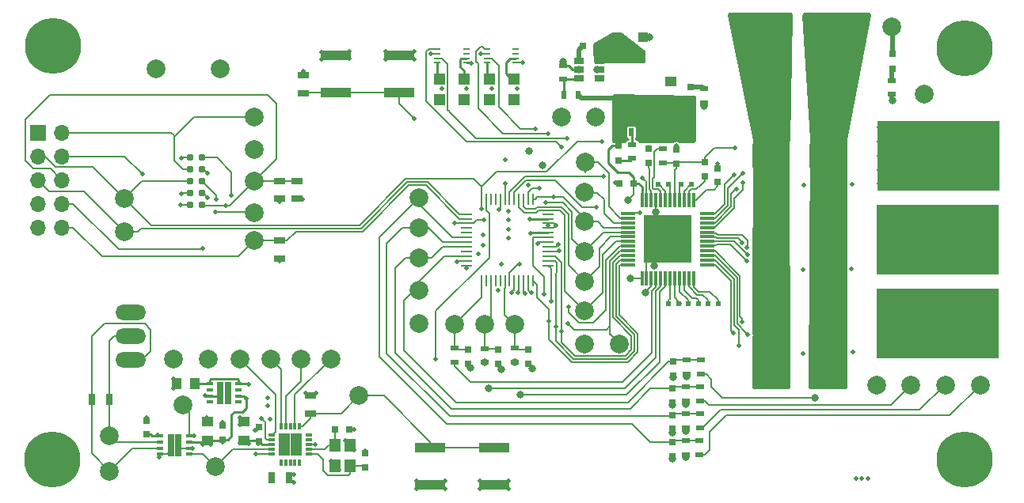
<source format=gtl>
G04 #@! TF.GenerationSoftware,KiCad,Pcbnew,(5.1.5)-3*
G04 #@! TF.CreationDate,2020-02-07T19:54:23-03:30*
G04 #@! TF.ProjectId,MCU_Powertrain,4d43555f-506f-4776-9572-747261696e2e,rev?*
G04 #@! TF.SameCoordinates,Original*
G04 #@! TF.FileFunction,Copper,L1,Top*
G04 #@! TF.FilePolarity,Positive*
%FSLAX46Y46*%
G04 Gerber Fmt 4.6, Leading zero omitted, Abs format (unit mm)*
G04 Created by KiCad (PCBNEW (5.1.5)-3) date 2020-02-07 19:54:23*
%MOMM*%
%LPD*%
G04 APERTURE LIST*
%ADD10R,0.250000X1.300000*%
%ADD11R,1.300000X0.250000*%
%ADD12R,3.200000X1.000000*%
%ADD13R,0.750000X0.800000*%
%ADD14R,4.000000X2.500000*%
%ADD15R,0.800000X0.750000*%
%ADD16R,1.250000X1.000000*%
%ADD17R,0.800000X0.800000*%
%ADD18R,1.100000X1.100000*%
%ADD19R,1.200000X1.200000*%
%ADD20C,6.000000*%
%ADD21C,0.800000*%
%ADD22R,13.000000X7.500000*%
%ADD23O,1.700000X1.700000*%
%ADD24R,1.700000X1.700000*%
%ADD25C,0.787400*%
%ADD26O,3.276600X1.638300*%
%ADD27C,5.516000*%
%ADD28R,5.516000X5.516000*%
%ADD29C,0.100000*%
%ADD30R,0.900000X0.500000*%
%ADD31R,0.500000X0.900000*%
%ADD32R,1.300000X0.700000*%
%ADD33R,0.700000X1.300000*%
%ADD34R,5.170000X5.170000*%
%ADD35R,0.300000X1.500000*%
%ADD36R,1.500000X0.300000*%
%ADD37C,0.500000*%
%ADD38R,1.060000X0.650000*%
%ADD39R,1.150000X1.400000*%
%ADD40R,0.750000X0.250000*%
%ADD41R,1.250000X1.250000*%
%ADD42R,0.730000X0.300000*%
%ADD43R,0.300000X0.730000*%
%ADD44R,0.600000X0.500000*%
%ADD45C,2.000000*%
%ADD46R,1.000000X1.250000*%
%ADD47R,0.775000X1.200000*%
%ADD48R,0.650000X0.350000*%
%ADD49C,0.127000*%
%ADD50C,0.500000*%
%ADD51C,0.250000*%
%ADD52C,0.254000*%
G04 APERTURE END LIST*
D10*
X55325000Y-98150000D03*
X55825000Y-98150000D03*
X56325000Y-98150000D03*
X56825000Y-98150000D03*
X57325000Y-98150000D03*
X57825000Y-98150000D03*
X58325000Y-98150000D03*
X58825000Y-98150000D03*
X59325000Y-98150000D03*
X59825000Y-98150000D03*
X60325000Y-98150000D03*
X60825000Y-98150000D03*
D11*
X62425000Y-99750000D03*
X62425000Y-100250000D03*
X62425000Y-100750000D03*
X62425000Y-101250000D03*
X62425000Y-101750000D03*
X62425000Y-102250000D03*
X62425000Y-102750000D03*
X62425000Y-103250000D03*
X62425000Y-103750000D03*
X62425000Y-104250000D03*
X62425000Y-104750000D03*
X62425000Y-105250000D03*
D10*
X60825000Y-106850000D03*
X60325000Y-106850000D03*
X59825000Y-106850000D03*
X59325000Y-106850000D03*
X58825000Y-106850000D03*
X58325000Y-106850000D03*
X57825000Y-106850000D03*
X57325000Y-106850000D03*
X56825000Y-106850000D03*
X56325000Y-106850000D03*
X55825000Y-106850000D03*
X55325000Y-106850000D03*
D11*
X53725000Y-105250000D03*
X53725000Y-104750000D03*
X53725000Y-104250000D03*
X53725000Y-103750000D03*
X53725000Y-103250000D03*
X53725000Y-102750000D03*
X53725000Y-102250000D03*
X53725000Y-101750000D03*
X53725000Y-101250000D03*
X53725000Y-100750000D03*
X53725000Y-100250000D03*
X53725000Y-99750000D03*
D12*
X56650000Y-124750000D03*
X49850000Y-124750000D03*
X49850000Y-128750000D03*
X56650000Y-128750000D03*
D13*
X76120000Y-94365000D03*
X76120000Y-92865000D03*
X73145000Y-92790000D03*
X73145000Y-94290000D03*
X75725000Y-121255000D03*
X75725000Y-122755000D03*
X75755000Y-118410000D03*
X75755000Y-119910000D03*
X75705000Y-125680000D03*
X75705000Y-124180000D03*
D14*
X86250000Y-93500000D03*
X92350000Y-93500000D03*
X92350000Y-111400000D03*
X86250000Y-111400000D03*
X86250000Y-102500000D03*
X92350000Y-102500000D03*
D13*
X75820000Y-117030000D03*
X75820000Y-115530000D03*
X79170000Y-95715000D03*
X79170000Y-94215000D03*
X80545000Y-96340000D03*
X80545000Y-94840000D03*
X42900000Y-125350000D03*
X42900000Y-126850000D03*
D15*
X39675000Y-122825000D03*
X41175000Y-122825000D03*
D13*
X31525000Y-122575000D03*
X31525000Y-124075000D03*
X53900000Y-114260000D03*
X53900000Y-115760000D03*
X57080000Y-115790000D03*
X57080000Y-114290000D03*
X60300000Y-114240000D03*
X60300000Y-115740000D03*
D15*
X71570000Y-96440000D03*
X70070000Y-96440000D03*
D16*
X29925000Y-123975000D03*
X29925000Y-121975000D03*
X26000000Y-122000000D03*
X26000000Y-124000000D03*
D13*
X27600000Y-122400000D03*
X27600000Y-123900000D03*
D16*
X75580000Y-87590000D03*
X75580000Y-85590000D03*
D15*
X67650000Y-81755000D03*
X66150000Y-81755000D03*
D17*
X99250000Y-82620000D03*
X99250000Y-84220000D03*
X69960000Y-94010000D03*
X69960000Y-92410000D03*
X77635000Y-86180000D03*
X77635000Y-87780000D03*
D18*
X72560000Y-80855000D03*
X69760000Y-80855000D03*
D19*
X53475000Y-85290000D03*
X53475000Y-87490000D03*
X50825000Y-87490000D03*
X50825000Y-85290000D03*
X58775000Y-87465000D03*
X58775000Y-85265000D03*
X56125000Y-85265000D03*
X56125000Y-87465000D03*
D20*
X107000000Y-126000000D03*
D21*
X109250000Y-126000000D03*
X108590990Y-127590990D03*
X107000000Y-128250000D03*
X105409010Y-127590990D03*
X104750000Y-126000000D03*
X105409010Y-124409010D03*
X107000000Y-123750000D03*
X108590990Y-124409010D03*
X11040990Y-124409010D03*
X9450000Y-123750000D03*
X7859010Y-124409010D03*
X7200000Y-126000000D03*
X7859010Y-127590990D03*
X9450000Y-128250000D03*
X11040990Y-127590990D03*
X11700000Y-126000000D03*
D20*
X9450000Y-126000000D03*
D21*
X11140990Y-80159010D03*
X9550000Y-79500000D03*
X7959010Y-80159010D03*
X7300000Y-81750000D03*
X7959010Y-83340990D03*
X9550000Y-84000000D03*
X11140990Y-83340990D03*
X11800000Y-81750000D03*
D20*
X9550000Y-81750000D03*
X107000000Y-82000000D03*
D21*
X109250000Y-82000000D03*
X108590990Y-83590990D03*
X107000000Y-84250000D03*
X105409010Y-83590990D03*
X104750000Y-82000000D03*
X105409010Y-80409010D03*
X107000000Y-79750000D03*
X108590990Y-80409010D03*
D22*
X104200000Y-93500000D03*
X104100000Y-102500000D03*
X104100000Y-111500000D03*
D23*
X10470000Y-101180000D03*
X7930000Y-101180000D03*
X10470000Y-98640000D03*
X7930000Y-98640000D03*
X10470000Y-96100000D03*
X7930000Y-96100000D03*
X10470000Y-93560000D03*
X7930000Y-93560000D03*
X10470000Y-91020000D03*
D24*
X7930000Y-91020000D03*
D25*
X25435000Y-93710000D03*
X25435000Y-94980000D03*
X25435000Y-96250000D03*
X25435000Y-97520000D03*
X25435000Y-98790000D03*
X24165000Y-98790000D03*
X24165000Y-97520000D03*
X24165000Y-96250000D03*
X24165000Y-94980000D03*
X24165000Y-93710000D03*
D26*
X17820000Y-112800000D03*
X17820000Y-115340000D03*
X17820000Y-110260000D03*
D27*
X92800000Y-82100000D03*
D28*
X85600000Y-82100000D03*
G04 #@! TA.AperFunction,SMDPad,CuDef*
D29*
G36*
X72534504Y-82206204D02*
G01*
X72558773Y-82209804D01*
X72582571Y-82215765D01*
X72605671Y-82224030D01*
X72627849Y-82234520D01*
X72648893Y-82247133D01*
X72668598Y-82261747D01*
X72686777Y-82278223D01*
X72703253Y-82296402D01*
X72717867Y-82316107D01*
X72730480Y-82337151D01*
X72740970Y-82359329D01*
X72749235Y-82382429D01*
X72755196Y-82406227D01*
X72758796Y-82430496D01*
X72760000Y-82455000D01*
X72760000Y-82955000D01*
X72758796Y-82979504D01*
X72755196Y-83003773D01*
X72749235Y-83027571D01*
X72740970Y-83050671D01*
X72730480Y-83072849D01*
X72717867Y-83093893D01*
X72703253Y-83113598D01*
X72686777Y-83131777D01*
X72668598Y-83148253D01*
X72648893Y-83162867D01*
X72627849Y-83175480D01*
X72605671Y-83185970D01*
X72582571Y-83194235D01*
X72558773Y-83200196D01*
X72534504Y-83203796D01*
X72510000Y-83205000D01*
X71010000Y-83205000D01*
X70985496Y-83203796D01*
X70961227Y-83200196D01*
X70937429Y-83194235D01*
X70914329Y-83185970D01*
X70892151Y-83175480D01*
X70871107Y-83162867D01*
X70851402Y-83148253D01*
X70833223Y-83131777D01*
X70816747Y-83113598D01*
X70802133Y-83093893D01*
X70789520Y-83072849D01*
X70779030Y-83050671D01*
X70770765Y-83027571D01*
X70764804Y-83003773D01*
X70761204Y-82979504D01*
X70760000Y-82955000D01*
X70760000Y-82455000D01*
X70761204Y-82430496D01*
X70764804Y-82406227D01*
X70770765Y-82382429D01*
X70779030Y-82359329D01*
X70789520Y-82337151D01*
X70802133Y-82316107D01*
X70816747Y-82296402D01*
X70833223Y-82278223D01*
X70851402Y-82261747D01*
X70871107Y-82247133D01*
X70892151Y-82234520D01*
X70914329Y-82224030D01*
X70937429Y-82215765D01*
X70961227Y-82209804D01*
X70985496Y-82206204D01*
X71010000Y-82205000D01*
X72510000Y-82205000D01*
X72534504Y-82206204D01*
G37*
G04 #@! TD.AperFunction*
G04 #@! TA.AperFunction,SMDPad,CuDef*
G36*
X72534504Y-87206204D02*
G01*
X72558773Y-87209804D01*
X72582571Y-87215765D01*
X72605671Y-87224030D01*
X72627849Y-87234520D01*
X72648893Y-87247133D01*
X72668598Y-87261747D01*
X72686777Y-87278223D01*
X72703253Y-87296402D01*
X72717867Y-87316107D01*
X72730480Y-87337151D01*
X72740970Y-87359329D01*
X72749235Y-87382429D01*
X72755196Y-87406227D01*
X72758796Y-87430496D01*
X72760000Y-87455000D01*
X72760000Y-87955000D01*
X72758796Y-87979504D01*
X72755196Y-88003773D01*
X72749235Y-88027571D01*
X72740970Y-88050671D01*
X72730480Y-88072849D01*
X72717867Y-88093893D01*
X72703253Y-88113598D01*
X72686777Y-88131777D01*
X72668598Y-88148253D01*
X72648893Y-88162867D01*
X72627849Y-88175480D01*
X72605671Y-88185970D01*
X72582571Y-88194235D01*
X72558773Y-88200196D01*
X72534504Y-88203796D01*
X72510000Y-88205000D01*
X71010000Y-88205000D01*
X70985496Y-88203796D01*
X70961227Y-88200196D01*
X70937429Y-88194235D01*
X70914329Y-88185970D01*
X70892151Y-88175480D01*
X70871107Y-88162867D01*
X70851402Y-88148253D01*
X70833223Y-88131777D01*
X70816747Y-88113598D01*
X70802133Y-88093893D01*
X70789520Y-88072849D01*
X70779030Y-88050671D01*
X70770765Y-88027571D01*
X70764804Y-88003773D01*
X70761204Y-87979504D01*
X70760000Y-87955000D01*
X70760000Y-87455000D01*
X70761204Y-87430496D01*
X70764804Y-87406227D01*
X70770765Y-87382429D01*
X70779030Y-87359329D01*
X70789520Y-87337151D01*
X70802133Y-87316107D01*
X70816747Y-87296402D01*
X70833223Y-87278223D01*
X70851402Y-87261747D01*
X70871107Y-87247133D01*
X70892151Y-87234520D01*
X70914329Y-87224030D01*
X70937429Y-87215765D01*
X70961227Y-87209804D01*
X70985496Y-87206204D01*
X71010000Y-87205000D01*
X72510000Y-87205000D01*
X72534504Y-87206204D01*
G37*
G04 #@! TD.AperFunction*
D30*
X74670000Y-92790000D03*
X74670000Y-94290000D03*
X78650000Y-122630000D03*
X78650000Y-121130000D03*
X78655000Y-118260000D03*
X78655000Y-119760000D03*
X78630000Y-124030000D03*
X78630000Y-125530000D03*
D31*
X69810000Y-90960000D03*
X71310000Y-90960000D03*
D30*
X99220000Y-86940000D03*
X99220000Y-85440000D03*
X71410000Y-92310000D03*
X71410000Y-93810000D03*
X77150000Y-122630000D03*
X77150000Y-121130000D03*
X77180000Y-118260000D03*
X77180000Y-119760000D03*
X77130000Y-124030000D03*
X77130000Y-125530000D03*
X78790000Y-116880000D03*
X78790000Y-115380000D03*
X77290000Y-116880000D03*
X77290000Y-115380000D03*
D32*
X37025000Y-121075000D03*
X37025000Y-119175000D03*
D33*
X34775000Y-128000000D03*
X32875000Y-128000000D03*
D30*
X79100000Y-86330000D03*
X79100000Y-87830000D03*
X52450000Y-115630000D03*
X52450000Y-114130000D03*
X55650000Y-115650000D03*
X55650000Y-114150000D03*
X58840000Y-114100000D03*
X58840000Y-115600000D03*
D31*
X64160000Y-87005000D03*
X65660000Y-87005000D03*
D30*
X64060000Y-83830000D03*
X64060000Y-85330000D03*
D32*
X35600000Y-96210000D03*
X35600000Y-98110000D03*
X33750000Y-102600000D03*
X33750000Y-104500000D03*
X33700000Y-98110000D03*
X33700000Y-96210000D03*
X36300000Y-86800000D03*
X36300000Y-84900000D03*
D34*
X75220000Y-102440000D03*
D35*
X72470000Y-98240000D03*
X72970000Y-98240000D03*
X73470000Y-98240000D03*
X73970000Y-98240000D03*
X74470000Y-98240000D03*
X74970000Y-98240000D03*
X75470000Y-98240000D03*
X75970000Y-98240000D03*
X76470000Y-98240000D03*
X76970000Y-98240000D03*
X77470000Y-98240000D03*
X77970000Y-98240000D03*
D36*
X79420000Y-99690000D03*
X79420000Y-100190000D03*
X79420000Y-100690000D03*
X79420000Y-101190000D03*
X79420000Y-101690000D03*
X79420000Y-102190000D03*
X79420000Y-102690000D03*
X79420000Y-103190000D03*
X79420000Y-103690000D03*
X79420000Y-104190000D03*
X79420000Y-104690000D03*
X79420000Y-105190000D03*
D35*
X77970000Y-106640000D03*
X77470000Y-106640000D03*
X76970000Y-106640000D03*
X76470000Y-106640000D03*
X75970000Y-106640000D03*
X75470000Y-106640000D03*
X74970000Y-106640000D03*
X74470000Y-106640000D03*
X73970000Y-106640000D03*
X73470000Y-106640000D03*
X72970000Y-106640000D03*
X72470000Y-106640000D03*
D36*
X71020000Y-105190000D03*
X71020000Y-104690000D03*
X71020000Y-104190000D03*
X71020000Y-103690000D03*
X71020000Y-103190000D03*
X71020000Y-102690000D03*
X71020000Y-102190000D03*
X71020000Y-101690000D03*
X71020000Y-101190000D03*
X71020000Y-100690000D03*
X71020000Y-100190000D03*
X71020000Y-99690000D03*
D37*
X73220000Y-100440000D03*
X74220000Y-100440000D03*
X76220000Y-100440000D03*
X75220000Y-100440000D03*
X77220000Y-100440000D03*
X73220000Y-101440000D03*
X75220000Y-101440000D03*
X76220000Y-101440000D03*
X74220000Y-101440000D03*
X77220000Y-101440000D03*
X73220000Y-102440000D03*
X75220000Y-102440000D03*
X76220000Y-102440000D03*
X74220000Y-102440000D03*
X77220000Y-102440000D03*
X73220000Y-103440000D03*
X75220000Y-103440000D03*
X76220000Y-103440000D03*
X74220000Y-103440000D03*
X77220000Y-103440000D03*
X73220000Y-104440000D03*
X75220000Y-104440000D03*
X76220000Y-104440000D03*
X74220000Y-104440000D03*
X77220000Y-104440000D03*
D38*
X67965001Y-84280001D03*
X67965001Y-83330001D03*
X67965001Y-85230001D03*
X65765001Y-85230001D03*
X65765001Y-84280001D03*
X65765001Y-83330001D03*
D39*
X41275000Y-124525000D03*
X41275000Y-126725000D03*
X39675000Y-126725000D03*
X39675000Y-124525000D03*
D12*
X46550000Y-86750000D03*
X39750000Y-86750000D03*
X39750000Y-82750000D03*
X46550000Y-82750000D03*
D40*
X53700000Y-82065000D03*
X53700000Y-82565000D03*
X53700000Y-83065000D03*
X53700000Y-83565000D03*
X50600000Y-83565000D03*
X50600000Y-83065000D03*
X50600000Y-82565000D03*
X50600000Y-82065000D03*
X55900000Y-82065000D03*
X55900000Y-82565000D03*
X55900000Y-83065000D03*
X55900000Y-83565000D03*
X59000000Y-83565000D03*
X59000000Y-83065000D03*
X59000000Y-82565000D03*
X59000000Y-82065000D03*
D41*
X34250000Y-125050000D03*
X35500000Y-125050000D03*
X34250000Y-123800000D03*
X35500000Y-123800000D03*
D42*
X32910000Y-125425000D03*
X32910000Y-124925000D03*
X32910000Y-124425000D03*
X32910000Y-123925000D03*
X32910000Y-123425000D03*
D43*
X33875000Y-122460000D03*
X34375000Y-122460000D03*
X34875000Y-122460000D03*
X35375000Y-122460000D03*
X35875000Y-122460000D03*
D42*
X36840000Y-123425000D03*
X36840000Y-123925000D03*
X36840000Y-124425000D03*
X36840000Y-124925000D03*
X36840000Y-125425000D03*
D43*
X35875000Y-126390000D03*
X35375000Y-126390000D03*
X34875000Y-126390000D03*
X34375000Y-126390000D03*
X33875000Y-126390000D03*
D44*
X80595000Y-109340000D03*
X79495000Y-109340000D03*
X77395000Y-109340000D03*
X78495000Y-109340000D03*
X76420000Y-109340000D03*
X75320000Y-109340000D03*
X75320000Y-96590000D03*
X74220000Y-96590000D03*
X77745000Y-96590000D03*
X76645000Y-96590000D03*
D45*
X101230000Y-118040000D03*
X104910000Y-118030000D03*
X108620000Y-118070000D03*
X97560000Y-118040000D03*
X26850000Y-126825000D03*
X15550000Y-127275000D03*
X31050000Y-102600000D03*
X23375000Y-120225000D03*
X31040000Y-99580000D03*
X15550000Y-123500000D03*
X31030000Y-96190000D03*
X17145000Y-98065000D03*
X31005000Y-92800000D03*
X17145000Y-101665000D03*
X31005000Y-89350000D03*
X27350000Y-84180000D03*
X20540000Y-84190000D03*
X67500000Y-89350000D03*
X102660000Y-86940000D03*
X99210000Y-79740000D03*
X63900000Y-89400000D03*
X48600000Y-98025000D03*
X48600000Y-101250000D03*
X48600000Y-104450000D03*
X48600000Y-107875000D03*
X52450000Y-111575000D03*
X55675000Y-111575000D03*
X58850000Y-111575000D03*
X66370000Y-94215000D03*
X66345000Y-97390000D03*
X66320000Y-100565000D03*
X66345000Y-103740000D03*
X66345000Y-106940000D03*
X66345000Y-110115000D03*
X70090000Y-113670000D03*
X29500000Y-115275000D03*
X35975000Y-115275000D03*
X32800000Y-115275000D03*
X39200000Y-115275000D03*
X42225000Y-119175000D03*
X48600000Y-111500000D03*
X22400000Y-115250000D03*
X66290000Y-113640000D03*
X26150000Y-115250000D03*
D46*
X24700000Y-117900000D03*
X22700000Y-117900000D03*
D13*
X19500000Y-123350000D03*
X19500000Y-121850000D03*
D33*
X13650000Y-119600000D03*
X15550000Y-119600000D03*
D47*
X27412500Y-118300000D03*
X27412500Y-119500000D03*
X28187500Y-118300000D03*
X28187500Y-119500000D03*
D48*
X29350000Y-117925000D03*
X29350000Y-118575000D03*
X29350000Y-119225000D03*
X29350000Y-119875000D03*
X26250000Y-119875000D03*
X26250000Y-119225000D03*
X26250000Y-118575000D03*
X26250000Y-117925000D03*
X24050000Y-125475000D03*
X24050000Y-124825000D03*
X24050000Y-124175000D03*
X24050000Y-123525000D03*
X20950000Y-123525000D03*
X20950000Y-124175000D03*
X20950000Y-124825000D03*
X20950000Y-125475000D03*
D47*
X22112500Y-123900000D03*
X22112500Y-125100000D03*
X22887500Y-123900000D03*
X22887500Y-125100000D03*
D37*
X22400000Y-118400000D03*
X22400000Y-117400000D03*
X32700000Y-121700000D03*
X32500000Y-119400000D03*
X32500000Y-120300000D03*
X28300000Y-119400000D03*
X28300000Y-118200000D03*
X27300000Y-118200000D03*
X22100000Y-123900000D03*
X22900000Y-123900000D03*
X34150000Y-125150000D03*
X35500000Y-125150000D03*
X35500000Y-123600000D03*
X34150000Y-123600000D03*
X90900000Y-113900000D03*
X91550000Y-113400000D03*
X90850000Y-112950000D03*
X91500000Y-112200000D03*
X90850000Y-111650000D03*
X91450000Y-111050000D03*
X90800000Y-110500000D03*
X91500000Y-110000000D03*
X26400000Y-124400000D03*
X30400000Y-124300000D03*
X31450000Y-124350000D03*
X29500000Y-124250000D03*
X40050000Y-127100000D03*
X39250000Y-126200000D03*
X42900000Y-125100000D03*
X41650000Y-125050000D03*
X40800000Y-124000000D03*
X37600000Y-118950000D03*
X36550000Y-118950000D03*
X58200000Y-128350000D03*
X58200000Y-129150000D03*
X55150000Y-129150000D03*
X55150000Y-128350000D03*
X51400000Y-128350000D03*
X51400000Y-129150000D03*
X48350000Y-129150000D03*
X48350000Y-128350000D03*
X48150000Y-82350000D03*
X48150000Y-83200000D03*
X45100000Y-83200000D03*
X45100000Y-82350000D03*
X41200000Y-83100000D03*
X41200000Y-82350000D03*
X38250000Y-82400000D03*
X38250000Y-83150000D03*
X58200000Y-99400000D03*
X58200000Y-100400000D03*
X58200000Y-101350000D03*
X58200000Y-102300000D03*
X55500000Y-103050000D03*
X57450000Y-105100000D03*
D21*
X67660000Y-84300000D03*
D37*
X90950000Y-105000000D03*
X91450000Y-104450000D03*
X90950000Y-103950000D03*
X91450000Y-103300000D03*
X90950000Y-102600000D03*
X91450000Y-102000000D03*
X90850000Y-101550000D03*
X91450000Y-101050000D03*
X90950000Y-96000000D03*
X90950000Y-93650000D03*
X91000000Y-94850000D03*
X91450000Y-95400000D03*
X91450000Y-94250000D03*
X91450000Y-93050000D03*
X91450000Y-92050000D03*
X90850000Y-92550000D03*
X82390000Y-92640000D03*
D21*
X91000000Y-119400000D03*
D37*
X30400000Y-118000000D03*
X96600000Y-128100000D03*
X96000000Y-128100000D03*
X95400000Y-128100000D03*
X86400000Y-115100000D03*
X87150000Y-115650000D03*
X87100000Y-116850000D03*
X87050000Y-117900000D03*
X86300000Y-117400000D03*
X86350000Y-116200000D03*
X86200000Y-111650000D03*
X87050000Y-111650000D03*
X87050000Y-110550000D03*
X86150000Y-110550000D03*
X84850000Y-108400000D03*
X84850000Y-106200000D03*
X85700000Y-106700000D03*
X84850000Y-107250000D03*
X85700000Y-108950000D03*
X85700000Y-107850000D03*
X84700000Y-116200000D03*
X84700000Y-117350000D03*
X85550000Y-116800000D03*
X85550000Y-117900000D03*
X84700000Y-115150000D03*
X85550000Y-115650000D03*
X86400000Y-102500000D03*
X87200000Y-102450000D03*
X87200000Y-101600000D03*
X86400000Y-101600000D03*
X87100000Y-108850000D03*
X86500000Y-108400000D03*
X87100000Y-107850000D03*
X86500000Y-107200000D03*
X87100000Y-106650000D03*
X86500000Y-106250000D03*
X87100000Y-100000000D03*
X86500000Y-99450000D03*
X87100000Y-98900000D03*
X86500000Y-98300000D03*
X87100000Y-97750000D03*
X86500000Y-97250000D03*
X86200000Y-93000000D03*
X87000000Y-92050000D03*
X87000000Y-93000000D03*
X86200000Y-92050000D03*
D21*
X73979972Y-99484351D03*
D37*
X85750000Y-97750000D03*
X85750000Y-98900000D03*
X85750000Y-100000000D03*
X84900000Y-97250000D03*
X84900000Y-98300000D03*
X84900000Y-99450000D03*
X80530000Y-94320000D03*
X76110000Y-92420000D03*
X69610000Y-96430000D03*
X73100000Y-92750000D03*
D21*
X99230000Y-87570000D03*
X65765001Y-84280001D03*
X73270000Y-80850000D03*
X77140000Y-122940000D03*
X75720000Y-123160000D03*
X75750000Y-120200000D03*
X77180000Y-120070000D03*
X75710000Y-125900000D03*
X77130000Y-125780000D03*
X75800000Y-117200000D03*
X77290000Y-117150000D03*
X73799673Y-105290342D03*
D37*
X63300000Y-101000000D03*
X62425000Y-100975000D03*
D21*
X54100000Y-116200000D03*
X57400000Y-116400000D03*
X60700000Y-116300000D03*
X79100000Y-88200000D03*
X64050000Y-83450000D03*
D37*
X57850000Y-93950000D03*
X57200000Y-99250000D03*
X53700000Y-105550000D03*
X54950000Y-104000000D03*
D21*
X60400000Y-93000000D03*
D37*
X61300000Y-102900000D03*
X57090859Y-107936566D03*
X37507448Y-124408206D03*
X41650000Y-122800000D03*
X29500000Y-121500000D03*
X29500000Y-122300000D03*
X31100000Y-122900000D03*
X27650000Y-122050000D03*
X25950000Y-121500000D03*
X49942008Y-82590118D03*
X55276251Y-82564999D03*
X33700000Y-98450000D03*
X26050000Y-98000000D03*
X26050000Y-95400000D03*
X22100000Y-125100000D03*
X22887500Y-125100000D03*
X20900000Y-125800000D03*
X19500000Y-121500000D03*
X25800000Y-119200000D03*
X27306250Y-119393750D03*
X24386491Y-124850135D03*
X33750000Y-104786488D03*
D21*
X75600000Y-85600000D03*
X72881500Y-108200000D03*
D37*
X82590000Y-97050000D03*
X80630000Y-109340000D03*
X78510000Y-109340000D03*
X83217886Y-102822114D03*
X82870000Y-113830000D03*
X76450000Y-109350000D03*
X75500000Y-87450000D03*
X77750000Y-87450000D03*
D21*
X70950000Y-98250000D03*
D37*
X77750000Y-88850000D03*
X77350000Y-90200000D03*
X77750000Y-91700000D03*
X75500000Y-88500000D03*
X76550000Y-89050000D03*
X75800000Y-90300000D03*
X76250000Y-91700000D03*
X74700000Y-91650000D03*
X74300000Y-90300000D03*
X74300000Y-88750000D03*
X74300000Y-87450000D03*
X73150000Y-91700000D03*
X73150000Y-89550000D03*
X73150000Y-87450000D03*
X71760000Y-87705000D03*
X71800000Y-88500000D03*
X71850000Y-89700000D03*
X69810000Y-90960000D03*
X70400000Y-90050000D03*
X69850000Y-89350000D03*
X69850000Y-88100000D03*
X70645000Y-87705000D03*
X55500000Y-101950000D03*
X60337345Y-96634471D03*
D21*
X61800000Y-94536500D03*
D37*
X36300000Y-84450000D03*
X35250000Y-128500000D03*
X35250000Y-127600000D03*
X27600000Y-124150000D03*
X25550000Y-124400000D03*
X59700000Y-83550000D03*
X36200000Y-98200000D03*
X23200000Y-93750000D03*
X54250000Y-83650000D03*
X51050000Y-86340078D03*
X53750000Y-86340034D03*
X56450000Y-86315012D03*
X59150000Y-86315014D03*
X20700000Y-123400000D03*
X57850000Y-96500000D03*
X52726718Y-104840042D03*
X60525000Y-100263500D03*
X60550000Y-101800000D03*
X53475000Y-87490000D03*
X50825000Y-87490000D03*
X58775000Y-87465000D03*
X56125000Y-87465000D03*
D21*
X98000000Y-96500000D03*
X99500000Y-95000000D03*
X99500000Y-96500000D03*
X101000000Y-96500000D03*
X101000000Y-95000000D03*
X102500000Y-95000000D03*
X102500000Y-96500000D03*
X104000000Y-96500000D03*
X110000000Y-96500000D03*
X108500000Y-96500000D03*
X107000000Y-96500000D03*
X105500000Y-96500000D03*
X104000000Y-95000000D03*
X105500000Y-95000000D03*
X107000000Y-95000000D03*
X108500000Y-95000000D03*
X110000000Y-95000000D03*
X110000000Y-93500000D03*
X108500000Y-93500000D03*
X107000000Y-93500000D03*
X105500000Y-93500000D03*
X104000000Y-93500000D03*
X102500000Y-93500000D03*
X101000000Y-93500000D03*
X99500000Y-93500000D03*
X98000000Y-93500000D03*
X98000000Y-92000000D03*
X99500000Y-92000000D03*
X101000000Y-92000000D03*
X102500000Y-92000000D03*
X104000000Y-92000000D03*
X105500000Y-92000000D03*
X107000000Y-92000000D03*
X108500000Y-92000000D03*
X110000000Y-92000000D03*
X110000000Y-90500000D03*
X108500000Y-90500000D03*
X107000000Y-90500000D03*
X105500000Y-90500000D03*
X104000000Y-90500000D03*
X102500000Y-90500000D03*
X101000000Y-90500000D03*
X99500000Y-90500000D03*
X98000000Y-90500000D03*
X98000000Y-95000000D03*
X110000000Y-104000000D03*
X107000000Y-102500000D03*
X104000000Y-102500000D03*
X105500000Y-102500000D03*
X99500000Y-104000000D03*
X99500000Y-105500000D03*
X108500000Y-102500000D03*
X102500000Y-104000000D03*
X104000000Y-105500000D03*
X110000000Y-102500000D03*
X105500000Y-105500000D03*
X104000000Y-104000000D03*
X98000000Y-105500000D03*
X108500000Y-104000000D03*
X105500000Y-104000000D03*
X107000000Y-104000000D03*
X102500000Y-105500000D03*
X101000000Y-104000000D03*
X98000000Y-104000000D03*
X110000000Y-105500000D03*
X101000000Y-105500000D03*
X108500000Y-105500000D03*
X98000000Y-102500000D03*
X101000000Y-102500000D03*
X105500000Y-101000000D03*
X99500000Y-102500000D03*
X101000000Y-101000000D03*
X99500000Y-101000000D03*
X102500000Y-101000000D03*
X108500000Y-101000000D03*
X107000000Y-105500000D03*
X104000000Y-101000000D03*
X107000000Y-101000000D03*
X98000000Y-101000000D03*
X102500000Y-102500000D03*
X110000000Y-99500000D03*
X98000000Y-99500000D03*
X105500000Y-99500000D03*
X108500000Y-99500000D03*
X110000000Y-101000000D03*
X101000000Y-99500000D03*
X107000000Y-99500000D03*
X99500000Y-99500000D03*
X102500000Y-99500000D03*
X104000000Y-99500000D03*
X99500000Y-108500000D03*
X98000000Y-108500000D03*
X101000000Y-108500000D03*
X102500000Y-111500000D03*
X105500000Y-108500000D03*
X107000000Y-108500000D03*
X102500000Y-108500000D03*
X104000000Y-108500000D03*
X108500000Y-108500000D03*
X110000000Y-110000000D03*
X110000000Y-108500000D03*
X108500000Y-113000000D03*
X104000000Y-111500000D03*
X107000000Y-113000000D03*
X105500000Y-113000000D03*
X110000000Y-113000000D03*
X105500000Y-114500000D03*
X105500000Y-111500000D03*
X110000000Y-111500000D03*
X107000000Y-111500000D03*
X108500000Y-111500000D03*
X104000000Y-113000000D03*
X102500000Y-114500000D03*
X101000000Y-113000000D03*
X104000000Y-114500000D03*
X98000000Y-113000000D03*
X102500000Y-113000000D03*
X99500000Y-113000000D03*
X98000000Y-114500000D03*
X99500000Y-114500000D03*
X110000000Y-114500000D03*
X101000000Y-114500000D03*
X108500000Y-114500000D03*
X107000000Y-114500000D03*
X101000000Y-111500000D03*
X104000000Y-110000000D03*
X99500000Y-110000000D03*
X108500000Y-110000000D03*
X105500000Y-110000000D03*
X102500000Y-110000000D03*
X101000000Y-110000000D03*
X98000000Y-110000000D03*
X99500000Y-111500000D03*
X107000000Y-110000000D03*
X98000000Y-111500000D03*
D37*
X28550000Y-97750000D03*
X58498780Y-108198794D03*
X26916937Y-98149752D03*
X26900000Y-99550000D03*
X25500000Y-103450000D03*
X59939646Y-108213418D03*
X28000000Y-98850000D03*
X23150000Y-98800000D03*
X60650000Y-108199014D03*
X23200000Y-97550000D03*
X19050000Y-95450000D03*
X64600000Y-109700000D03*
X71325000Y-90975000D03*
X68200000Y-91950000D03*
X55300000Y-99150000D03*
X59231876Y-108191911D03*
X94900000Y-105600000D03*
X89700000Y-105700000D03*
X83720000Y-103320000D03*
X83714524Y-104786490D03*
X83757347Y-104087789D03*
X83799998Y-112650000D03*
X83168099Y-111291901D03*
X95050000Y-114500000D03*
X89700000Y-114650000D03*
X82270000Y-112510000D03*
X83300000Y-95391500D03*
X82350000Y-95550000D03*
X94950000Y-96550000D03*
X89800000Y-96650000D03*
X83250000Y-96418500D03*
D21*
X71250000Y-106600000D03*
D37*
X52450000Y-100750000D03*
X48150000Y-89550000D03*
X55600000Y-100350000D03*
X50450000Y-115300000D03*
X32875000Y-128000000D03*
X31800000Y-121600000D03*
X59350000Y-105150000D03*
X31200000Y-125450000D03*
X24600000Y-123500000D03*
X63506727Y-103001981D03*
X63850000Y-92550000D03*
X63600000Y-103700000D03*
X64450000Y-91650000D03*
X62450000Y-91136500D03*
X63050000Y-97950000D03*
X62200000Y-98499986D03*
X61500000Y-97000000D03*
X61099988Y-90600000D03*
X64550000Y-111450000D03*
X62743250Y-109056750D03*
X62000000Y-108350000D03*
X63900000Y-112350000D03*
X63250000Y-111800000D03*
X62550000Y-111250000D03*
X72550000Y-95850000D03*
X68350000Y-95699982D03*
X67600000Y-99000000D03*
X72237797Y-99643502D03*
X79495000Y-109340000D03*
X77410000Y-109340000D03*
X75340000Y-109340000D03*
D21*
X58840000Y-115600000D03*
X59500000Y-119100000D03*
X55650000Y-115650000D03*
X56100000Y-118363500D03*
D37*
X30200000Y-119500000D03*
D49*
X75970000Y-98240000D02*
X75970000Y-95640000D01*
X79170000Y-93688000D02*
X80218000Y-92640000D01*
X79170000Y-94215000D02*
X79170000Y-93688000D01*
X80218000Y-92640000D02*
X82390000Y-92640000D01*
X76270000Y-94215000D02*
X76120000Y-94365000D01*
X79170000Y-94215000D02*
X76270000Y-94215000D01*
X75970000Y-97363000D02*
X75970000Y-98240000D01*
X75970000Y-95042000D02*
X75970000Y-97363000D01*
X76120000Y-94892000D02*
X75970000Y-95042000D01*
X76120000Y-94365000D02*
X76120000Y-94892000D01*
X76045000Y-94290000D02*
X76120000Y-94365000D01*
X74670000Y-94290000D02*
X76045000Y-94290000D01*
D50*
X99250000Y-79780000D02*
X99210000Y-79740000D01*
X99250000Y-82620000D02*
X99250000Y-79780000D01*
D49*
X79330000Y-116880000D02*
X78790000Y-116880000D01*
X79900000Y-117450000D02*
X79330000Y-116880000D01*
X79900000Y-118250000D02*
X79900000Y-117450000D01*
X91000000Y-119400000D02*
X81050000Y-119400000D01*
X81050000Y-119400000D02*
X79900000Y-118250000D01*
D51*
X26250000Y-117500000D02*
X26375001Y-117374999D01*
X26250000Y-117925000D02*
X26250000Y-117500000D01*
X29350000Y-117500000D02*
X29350000Y-117925000D01*
X29224999Y-117374999D02*
X29350000Y-117500000D01*
X26375001Y-117374999D02*
X29224999Y-117374999D01*
X29350000Y-117925000D02*
X30325000Y-117925000D01*
X30325000Y-117925000D02*
X30400000Y-118000000D01*
X26225000Y-117900000D02*
X26250000Y-117925000D01*
X24700000Y-117900000D02*
X26225000Y-117900000D01*
D49*
X73970000Y-98240000D02*
X73970000Y-99474379D01*
X73970000Y-99474379D02*
X73979972Y-99484351D01*
X80545000Y-94840000D02*
X80545000Y-94335000D01*
X80545000Y-94335000D02*
X80530000Y-94320000D01*
X76120000Y-92865000D02*
X76120000Y-92430000D01*
X76120000Y-92430000D02*
X76110000Y-92420000D01*
X70070000Y-96440000D02*
X69620000Y-96440000D01*
X69620000Y-96440000D02*
X69610000Y-96430000D01*
X73145000Y-92790000D02*
X73145000Y-92395000D01*
X73145000Y-92395000D02*
X73140000Y-92390000D01*
D50*
X99220000Y-86940000D02*
X99220000Y-87560000D01*
X99220000Y-87560000D02*
X99230000Y-87570000D01*
D51*
X65765001Y-84280001D02*
X65765001Y-84280001D01*
D50*
X72560000Y-80855000D02*
X73265000Y-80855000D01*
X73265000Y-80855000D02*
X73270000Y-80850000D01*
D49*
X77150000Y-122630000D02*
X77150000Y-122930000D01*
X77150000Y-122930000D02*
X77140000Y-122940000D01*
X75725000Y-122755000D02*
X75725000Y-123155000D01*
X75725000Y-123155000D02*
X75720000Y-123160000D01*
X75755000Y-119910000D02*
X75755000Y-120195000D01*
X75755000Y-120195000D02*
X75750000Y-120200000D01*
X77180000Y-119760000D02*
X77180000Y-120070000D01*
X75705000Y-125680000D02*
X75705000Y-125895000D01*
X75705000Y-125895000D02*
X75710000Y-125900000D01*
X77130000Y-125530000D02*
X77130000Y-125780000D01*
X75820000Y-117030000D02*
X75820000Y-117460000D01*
X75820000Y-117460000D02*
X75810000Y-117470000D01*
X77290000Y-116880000D02*
X77290000Y-117150000D01*
X72970001Y-104689999D02*
X73220000Y-104440000D01*
X72970000Y-106640000D02*
X72970001Y-104689999D01*
X62425000Y-100750000D02*
X63050000Y-100750000D01*
X63050000Y-100750000D02*
X63300000Y-101000000D01*
X63050000Y-101250000D02*
X63300000Y-101000000D01*
X62425000Y-101250000D02*
X63050000Y-101250000D01*
X62425000Y-100750000D02*
X62425000Y-100975000D01*
X63300000Y-101000000D02*
X63300000Y-101000000D01*
X62425000Y-100975000D02*
X62425000Y-101250000D01*
X53890000Y-115760000D02*
X53890000Y-115990000D01*
X53890000Y-115990000D02*
X54100000Y-116200000D01*
X57080000Y-115790000D02*
X57080000Y-116080000D01*
X57080000Y-116080000D02*
X57400000Y-116400000D01*
X60300000Y-115740000D02*
X60300000Y-115900000D01*
X60300000Y-115900000D02*
X60700000Y-116300000D01*
D51*
X65080001Y-84280001D02*
X65765001Y-84280001D01*
X64060000Y-83830000D02*
X64630000Y-83830000D01*
X64630000Y-83830000D02*
X65080001Y-84280001D01*
D50*
X79100000Y-87830000D02*
X79100000Y-88200000D01*
X64060000Y-83830000D02*
X64060000Y-83460000D01*
X64060000Y-83460000D02*
X64050000Y-83450000D01*
D49*
X57325000Y-98150000D02*
X57325000Y-99125000D01*
X57325000Y-99125000D02*
X57200000Y-99250000D01*
X53725000Y-105250000D02*
X53725000Y-105525000D01*
X53725000Y-105525000D02*
X53700000Y-105550000D01*
X62425000Y-102750000D02*
X61450000Y-102750000D01*
X61450000Y-102750000D02*
X61300000Y-102900000D01*
X36840000Y-124425000D02*
X37490654Y-124425000D01*
X37490654Y-124425000D02*
X37507448Y-124408206D01*
X41175000Y-122825000D02*
X41625000Y-122825000D01*
X41625000Y-122825000D02*
X41650000Y-122800000D01*
X29925000Y-121975000D02*
X29925000Y-121925000D01*
X29925000Y-121925000D02*
X29500000Y-121500000D01*
X29925000Y-121975000D02*
X30400000Y-121500000D01*
X31525000Y-122575000D02*
X31525000Y-122275000D01*
X31525000Y-122275000D02*
X31500000Y-122250000D01*
X27600000Y-122400000D02*
X27600000Y-122100000D01*
X27600000Y-122100000D02*
X27650000Y-122050000D01*
X26000000Y-122000000D02*
X26000000Y-121550000D01*
X26000000Y-121550000D02*
X25950000Y-121500000D01*
X50600000Y-82565000D02*
X49967126Y-82565000D01*
X49967126Y-82565000D02*
X49942008Y-82590118D01*
X55900000Y-82565000D02*
X55276252Y-82565000D01*
X55276252Y-82565000D02*
X55276251Y-82564999D01*
X33700000Y-98110000D02*
X33700000Y-98450000D01*
X25435000Y-97520000D02*
X25570000Y-97520000D01*
X25570000Y-97520000D02*
X26050000Y-98000000D01*
X25435000Y-94980000D02*
X25630000Y-94980000D01*
X25630000Y-94980000D02*
X26050000Y-95400000D01*
X23162500Y-124825000D02*
X22887500Y-125100000D01*
X24050000Y-124825000D02*
X23162500Y-124825000D01*
X21737500Y-125475000D02*
X22006250Y-125206250D01*
X20950000Y-125475000D02*
X21737500Y-125475000D01*
X22006250Y-125206250D02*
X22112500Y-125100000D01*
X22887500Y-125100000D02*
X22887500Y-125100000D01*
X20950000Y-125475000D02*
X20950000Y-125750000D01*
X20950000Y-125750000D02*
X20900000Y-125800000D01*
D51*
X19500000Y-121850000D02*
X19500000Y-121500000D01*
X26250000Y-119225000D02*
X25825000Y-119225000D01*
X25825000Y-119225000D02*
X25800000Y-119200000D01*
X27137500Y-119225000D02*
X27306250Y-119393750D01*
X26250000Y-119225000D02*
X27137500Y-119225000D01*
X27306250Y-119393750D02*
X27412500Y-119500000D01*
X31200000Y-122900000D02*
X31525000Y-122575000D01*
X31100000Y-122900000D02*
X31200000Y-122900000D01*
D49*
X24361356Y-124825000D02*
X24386491Y-124850135D01*
X24050000Y-124825000D02*
X24361356Y-124825000D01*
X33750000Y-104500000D02*
X33750000Y-104786488D01*
D50*
X75580000Y-85420010D02*
X75600000Y-85400010D01*
X75580000Y-85590000D02*
X75580000Y-85420010D01*
D49*
X75470000Y-96740000D02*
X75320000Y-96590000D01*
X75470000Y-98240000D02*
X75470000Y-96740000D01*
X74270000Y-96590000D02*
X74220000Y-96590000D01*
X74970000Y-97290000D02*
X74270000Y-96590000D01*
X74970000Y-98240000D02*
X74970000Y-97290000D01*
X72881500Y-108105500D02*
X72881500Y-108200000D01*
X73470000Y-106640000D02*
X73470000Y-107517000D01*
X73470000Y-107517000D02*
X72881500Y-108105500D01*
X76970000Y-97315000D02*
X77695000Y-96590000D01*
X77695000Y-96590000D02*
X77745000Y-96590000D01*
X76970000Y-98240000D02*
X76970000Y-97315000D01*
X76470000Y-96765000D02*
X76645000Y-96590000D01*
X76470000Y-98240000D02*
X76470000Y-96765000D01*
X73470000Y-97326763D02*
X73470000Y-98240000D01*
X73145000Y-94290000D02*
X73145000Y-94817000D01*
X73250000Y-97106763D02*
X73470000Y-97326763D01*
X73250000Y-94922000D02*
X73250000Y-97106763D01*
X73145000Y-94817000D02*
X73250000Y-94922000D01*
X77727000Y-121130000D02*
X78650000Y-121130000D01*
X77150000Y-121130000D02*
X77727000Y-121130000D01*
X75850000Y-121130000D02*
X75725000Y-121255000D01*
X77150000Y-121130000D02*
X75850000Y-121130000D01*
X46850000Y-101250000D02*
X48600000Y-101250000D01*
X75580000Y-121400000D02*
X51950000Y-121400000D01*
X45200000Y-102900000D02*
X46850000Y-101250000D01*
X75725000Y-121255000D02*
X75580000Y-121400000D01*
X51950000Y-121400000D02*
X45200000Y-114650000D01*
X45200000Y-114650000D02*
X45200000Y-102900000D01*
X49650000Y-101250000D02*
X48600000Y-101250000D01*
X53725000Y-102750000D02*
X51150000Y-102750000D01*
X51150000Y-102750000D02*
X49650000Y-101250000D01*
X78078000Y-118260000D02*
X77180000Y-118260000D01*
X78655000Y-118260000D02*
X78078000Y-118260000D01*
X75905000Y-118260000D02*
X75755000Y-118410000D01*
X77180000Y-118260000D02*
X75905000Y-118260000D01*
X73390000Y-118410000D02*
X75755000Y-118410000D01*
X71200000Y-120600000D02*
X73390000Y-118410000D01*
X47185787Y-104450000D02*
X46100000Y-105535787D01*
X48600000Y-104450000D02*
X47185787Y-104450000D01*
X46100000Y-105535787D02*
X46100000Y-114600000D01*
X46100000Y-114600000D02*
X52100000Y-120600000D01*
X52100000Y-120600000D02*
X71200000Y-120600000D01*
X49950000Y-104450000D02*
X48600000Y-104450000D01*
X53725000Y-103250000D02*
X51150000Y-103250000D01*
X51150000Y-103250000D02*
X49950000Y-104450000D01*
X78053000Y-124030000D02*
X77130000Y-124030000D01*
X78630000Y-124030000D02*
X78053000Y-124030000D01*
X75855000Y-124030000D02*
X75705000Y-124180000D01*
X77130000Y-124030000D02*
X75855000Y-124030000D01*
X44400000Y-102225000D02*
X47600001Y-99024999D01*
X47600001Y-99024999D02*
X48600000Y-98025000D01*
X73355000Y-124180000D02*
X71375000Y-122200000D01*
X75705000Y-124180000D02*
X73355000Y-124180000D01*
X44400000Y-115000000D02*
X44400000Y-102225000D01*
X71375000Y-122200000D02*
X51600000Y-122200000D01*
X51600000Y-122200000D02*
X44400000Y-115000000D01*
X52200000Y-102250000D02*
X53725000Y-102250000D01*
X48600000Y-98025000D02*
X48600000Y-98650000D01*
X48600000Y-98650000D02*
X52200000Y-102250000D01*
X82530000Y-97050000D02*
X82590000Y-97050000D01*
X82010000Y-97570000D02*
X82530000Y-97050000D01*
X82010000Y-98936763D02*
X82010000Y-97570000D01*
X79420000Y-100690000D02*
X80256763Y-100690000D01*
X80256763Y-100690000D02*
X82010000Y-98936763D01*
X78478450Y-108062990D02*
X79694990Y-108062990D01*
X77970000Y-107554540D02*
X78478450Y-108062990D01*
X80595000Y-108963000D02*
X80595000Y-109340000D01*
X79694990Y-108062990D02*
X80595000Y-108963000D01*
X77970000Y-106640000D02*
X77970000Y-107554540D01*
X77870000Y-108765000D02*
X78297000Y-108765000D01*
X78495000Y-108963000D02*
X78495000Y-109340000D01*
X76970000Y-107865000D02*
X77870000Y-108765000D01*
X78297000Y-108765000D02*
X78495000Y-108963000D01*
X76970000Y-106640000D02*
X76970000Y-107865000D01*
X83115212Y-102755212D02*
X83182114Y-102822114D01*
X83182114Y-102822114D02*
X83217886Y-102822114D01*
X82967887Y-102572115D02*
X83217886Y-102822114D01*
X79506499Y-102276499D02*
X80380801Y-102276499D01*
X79420000Y-102190000D02*
X79506499Y-102276499D01*
X82715772Y-102320000D02*
X82967887Y-102572115D01*
X80380801Y-102276499D02*
X80424302Y-102320000D01*
X80424302Y-102320000D02*
X82715772Y-102320000D01*
X78213000Y-115380000D02*
X77290000Y-115380000D01*
X78790000Y-115380000D02*
X78213000Y-115380000D01*
X75970000Y-115380000D02*
X75820000Y-115530000D01*
X77290000Y-115380000D02*
X75970000Y-115380000D01*
X75318000Y-115530000D02*
X75820000Y-115530000D01*
X70948000Y-119900000D02*
X75318000Y-115530000D01*
X48125000Y-107875000D02*
X47000000Y-109000000D01*
X48600000Y-107875000D02*
X48125000Y-107875000D01*
X47000000Y-114300000D02*
X52600000Y-119900000D01*
X52600000Y-119900000D02*
X70948000Y-119900000D01*
X47000000Y-109000000D02*
X47000000Y-114300000D01*
X53725000Y-104250000D02*
X51300000Y-104250000D01*
X48600000Y-106950000D02*
X48600000Y-107875000D01*
X51300000Y-104250000D02*
X48600000Y-106950000D01*
X80297000Y-104690000D02*
X82305978Y-106698978D01*
X82305978Y-111618442D02*
X82870000Y-112182464D01*
X82870000Y-113476447D02*
X82870000Y-113830000D01*
X82870000Y-112182464D02*
X82870000Y-113476447D01*
X79420000Y-104690000D02*
X80297000Y-104690000D01*
X82305978Y-106698978D02*
X82305978Y-111618442D01*
X76420000Y-109140000D02*
X76420000Y-109340000D01*
X75970000Y-106640000D02*
X75970000Y-108690000D01*
X75970000Y-108690000D02*
X76420000Y-109140000D01*
X77470000Y-97365698D02*
X77732197Y-97103501D01*
X78782000Y-96630000D02*
X79170000Y-96242000D01*
X78296499Y-97103501D02*
X78770000Y-96630000D01*
X79170000Y-96242000D02*
X79170000Y-95715000D01*
X78770000Y-96630000D02*
X78782000Y-96630000D01*
X77470000Y-98240000D02*
X77470000Y-97365698D01*
X77732197Y-97103501D02*
X78296499Y-97103501D01*
X79370000Y-97117000D02*
X80173000Y-97117000D01*
X80545000Y-96745000D02*
X80545000Y-96340000D01*
X80173000Y-97117000D02*
X80545000Y-96745000D01*
X77970000Y-98240000D02*
X78247000Y-98240000D01*
X78247000Y-98240000D02*
X79370000Y-97117000D01*
X36840000Y-125425000D02*
X37475000Y-125425000D01*
X42775000Y-126725000D02*
X42900000Y-126850000D01*
X41275000Y-126725000D02*
X42775000Y-126725000D01*
X38889199Y-127688501D02*
X38400000Y-127199302D01*
X41138499Y-127688501D02*
X38889199Y-127688501D01*
X41275000Y-126725000D02*
X41275000Y-127552000D01*
X41275000Y-127552000D02*
X41138499Y-127688501D01*
X38400000Y-127199302D02*
X38400000Y-126000000D01*
X37825000Y-125425000D02*
X37475000Y-125425000D01*
X38400000Y-126000000D02*
X37825000Y-125425000D01*
X38573000Y-124925000D02*
X37332000Y-124925000D01*
X38973000Y-124525000D02*
X38573000Y-124925000D01*
X37332000Y-124925000D02*
X36840000Y-124925000D01*
X39675000Y-124525000D02*
X38973000Y-124525000D01*
X39675000Y-123698000D02*
X39675000Y-122825000D01*
X39675000Y-124525000D02*
X39675000Y-123698000D01*
D51*
X69810000Y-92260000D02*
X69960000Y-92410000D01*
X69810000Y-90960000D02*
X69810000Y-90960000D01*
X71570000Y-95815000D02*
X71085000Y-95330000D01*
X71570000Y-96440000D02*
X71570000Y-95815000D01*
X69894998Y-95330000D02*
X68880000Y-94315002D01*
X71085000Y-95330000D02*
X69894998Y-95330000D01*
X69310000Y-92410000D02*
X69960000Y-92410000D01*
X68880000Y-92840000D02*
X69310000Y-92410000D01*
X68880000Y-94315002D02*
X68880000Y-92840000D01*
X72110000Y-96440000D02*
X71570000Y-96440000D01*
X72470000Y-98240000D02*
X72470000Y-96800000D01*
X72470000Y-96800000D02*
X72110000Y-96440000D01*
D49*
X71570000Y-96440000D02*
X71570000Y-97630000D01*
X71570000Y-97630000D02*
X70950000Y-98250000D01*
D50*
X66005000Y-87350000D02*
X65660000Y-87005000D01*
X69950000Y-87350000D02*
X66005000Y-87350000D01*
X71760000Y-87705000D02*
X71760000Y-87705000D01*
X70305000Y-87705000D02*
X69950000Y-87350000D01*
X71760000Y-87705000D02*
X70645000Y-87705000D01*
D51*
X69810000Y-90960000D02*
X69810000Y-92260000D01*
D50*
X70645000Y-87705000D02*
X70305000Y-87705000D01*
D49*
X36300000Y-84900000D02*
X36300000Y-84450000D01*
X34775000Y-128000000D02*
X34775000Y-128025000D01*
X34775000Y-128025000D02*
X35250000Y-128500000D01*
X34775000Y-128000000D02*
X34850000Y-128000000D01*
X34850000Y-128000000D02*
X35250000Y-127600000D01*
X27675000Y-123975000D02*
X27675000Y-123975000D01*
X27675000Y-123975000D02*
X27600000Y-123900000D01*
D51*
X25735000Y-124265000D02*
X26000000Y-124000000D01*
X27500000Y-124000000D02*
X27600000Y-123900000D01*
X26000000Y-124000000D02*
X27500000Y-124000000D01*
X31425000Y-123975000D02*
X31525000Y-124075000D01*
X29925000Y-123975000D02*
X31425000Y-123975000D01*
X31875000Y-124425000D02*
X31525000Y-124075000D01*
X32910000Y-124425000D02*
X31875000Y-124425000D01*
D49*
X59000000Y-83565000D02*
X59685000Y-83565000D01*
X59685000Y-83565000D02*
X59700000Y-83550000D01*
X35600000Y-98110000D02*
X36110000Y-98110000D01*
X36110000Y-98110000D02*
X36200000Y-98200000D01*
X24165000Y-93710000D02*
X23240000Y-93710000D01*
X23240000Y-93710000D02*
X23200000Y-93750000D01*
D51*
X53700000Y-83565000D02*
X54165000Y-83565000D01*
X54165000Y-83565000D02*
X54250000Y-83650000D01*
D49*
X20950000Y-123525000D02*
X20825000Y-123525000D01*
X20825000Y-123525000D02*
X20700000Y-123400000D01*
D51*
X20100000Y-123500000D02*
X20925000Y-123500000D01*
X20925000Y-123500000D02*
X20950000Y-123525000D01*
X19500000Y-123350000D02*
X19950000Y-123350000D01*
X19950000Y-123350000D02*
X20100000Y-123500000D01*
D49*
X52580000Y-114260000D02*
X52450000Y-114130000D01*
X53890000Y-114260000D02*
X52580000Y-114260000D01*
X52450000Y-114130000D02*
X52450000Y-111575000D01*
X55325000Y-108700000D02*
X52450000Y-111575000D01*
X55325000Y-106850000D02*
X55325000Y-108700000D01*
X56940000Y-114150000D02*
X57080000Y-114290000D01*
X55650000Y-114150000D02*
X56940000Y-114150000D01*
X55650000Y-111600000D02*
X55675000Y-111575000D01*
X55650000Y-114150000D02*
X55650000Y-111600000D01*
X56225000Y-111025000D02*
X55675000Y-111575000D01*
X56325000Y-110925000D02*
X55675000Y-111575000D01*
X56325000Y-106850000D02*
X56325000Y-110925000D01*
X58980000Y-114240000D02*
X58840000Y-114100000D01*
X60300000Y-114240000D02*
X58980000Y-114240000D01*
X58840000Y-111585000D02*
X58850000Y-111575000D01*
X58840000Y-114100000D02*
X58840000Y-111585000D01*
X57825000Y-107627000D02*
X57786502Y-107665498D01*
X57850001Y-110575001D02*
X58850000Y-111575000D01*
X57825000Y-106850000D02*
X57825000Y-107627000D01*
X57786502Y-107665498D02*
X57786502Y-110511502D01*
X57786502Y-110511502D02*
X57850001Y-110575001D01*
D51*
X67965001Y-82010001D02*
X67710000Y-81755000D01*
X67965001Y-83330001D02*
X67965001Y-82010001D01*
D50*
X67965001Y-82070001D02*
X67650000Y-81755000D01*
X67965001Y-83330001D02*
X67965001Y-82070001D01*
X69050000Y-81450000D02*
X67955000Y-81450000D01*
X69760000Y-80855000D02*
X69645000Y-80855000D01*
X67955000Y-81450000D02*
X67650000Y-81755000D01*
X69645000Y-80855000D02*
X69050000Y-81450000D01*
D51*
X65765001Y-82199999D02*
X66210000Y-81755000D01*
X65765001Y-83330001D02*
X65765001Y-82199999D01*
D50*
X65765001Y-82139999D02*
X66150000Y-81755000D01*
X65765001Y-83330001D02*
X65765001Y-82139999D01*
D49*
X57825000Y-98150000D02*
X57825000Y-96525000D01*
X57825000Y-96525000D02*
X57850000Y-96500000D01*
X53725000Y-104750000D02*
X52816760Y-104750000D01*
X52816760Y-104750000D02*
X52726718Y-104840042D01*
D51*
X62425000Y-100250000D02*
X60538500Y-100250000D01*
X60538500Y-100250000D02*
X60525000Y-100263500D01*
X62425000Y-101750000D02*
X60600000Y-101750000D01*
X60600000Y-101750000D02*
X60550000Y-101800000D01*
X60550000Y-101800000D02*
X60525000Y-101825000D01*
D50*
X99220000Y-84250000D02*
X99250000Y-84220000D01*
X99220000Y-85440000D02*
X99220000Y-84250000D01*
D51*
X71210000Y-94010000D02*
X71410000Y-93810000D01*
X69960000Y-94010000D02*
X71210000Y-94010000D01*
D50*
X78950000Y-86180000D02*
X79100000Y-86330000D01*
X77635000Y-86180000D02*
X78950000Y-86180000D01*
D51*
X53475000Y-84440000D02*
X53475000Y-85290000D01*
X52999999Y-83964999D02*
X53475000Y-84440000D01*
X52999999Y-83179999D02*
X52999999Y-83964999D01*
X53114998Y-83065000D02*
X52999999Y-83179999D01*
X53700000Y-83065000D02*
X53114998Y-83065000D01*
X50600000Y-85065000D02*
X50825000Y-85290000D01*
X50600000Y-83565000D02*
X50600000Y-85065000D01*
X58375000Y-83065000D02*
X57950000Y-83490000D01*
X59000000Y-83065000D02*
X58375000Y-83065000D01*
X57950000Y-83490000D02*
X57950000Y-84700000D01*
X58515000Y-85265000D02*
X58775000Y-85265000D01*
X57950000Y-84700000D02*
X58515000Y-85265000D01*
X55900000Y-85040000D02*
X56125000Y-85265000D01*
X55900000Y-83565000D02*
X55900000Y-85040000D01*
D49*
X105390000Y-121300000D02*
X81500000Y-121300000D01*
X108620000Y-118070000D02*
X105390000Y-121300000D01*
X79207000Y-125530000D02*
X78630000Y-125530000D01*
X81500000Y-121300000D02*
X79700000Y-123100000D01*
X79700000Y-125037000D02*
X79207000Y-125530000D01*
X79700000Y-123100000D02*
X79700000Y-125037000D01*
X80870000Y-120730000D02*
X78970000Y-122630000D01*
X102170000Y-120730000D02*
X80870000Y-120730000D01*
X104910000Y-118030000D02*
X104870000Y-118030000D01*
X78970000Y-122630000D02*
X78650000Y-122630000D01*
X104870000Y-118030000D02*
X102170000Y-120730000D01*
X79210000Y-119760000D02*
X78655000Y-119760000D01*
X79620000Y-120170000D02*
X79210000Y-119760000D01*
X101230000Y-118040000D02*
X99100000Y-120170000D01*
X99100000Y-120170000D02*
X79620000Y-120170000D01*
X33750000Y-102600000D02*
X31050000Y-102600000D01*
X11672081Y-101180000D02*
X14792081Y-104300000D01*
X10470000Y-101180000D02*
X11672081Y-101180000D01*
X29350000Y-104300000D02*
X31050000Y-102600000D01*
X14792081Y-104300000D02*
X29350000Y-104300000D01*
X28550000Y-95250000D02*
X28550000Y-97750000D01*
X25435000Y-93710000D02*
X27010000Y-93710000D01*
X27010000Y-93710000D02*
X28550000Y-95250000D01*
X34527000Y-102600000D02*
X33750000Y-102600000D01*
X35527000Y-101600000D02*
X34527000Y-102600000D01*
X52948000Y-100250000D02*
X49352022Y-96654022D01*
X47545978Y-96654022D02*
X42600000Y-101600000D01*
X49352022Y-96654022D02*
X47545978Y-96654022D01*
X53725000Y-100250000D02*
X52948000Y-100250000D01*
X42600000Y-101600000D02*
X35527000Y-101600000D01*
X58825000Y-106850000D02*
X58825000Y-107872574D01*
X58825000Y-107872574D02*
X58748779Y-107948795D01*
X58748779Y-107948795D02*
X58498780Y-108198794D01*
X25435000Y-96250000D02*
X26950000Y-97765000D01*
X26950000Y-97765000D02*
X26950000Y-98116689D01*
X26950000Y-98116689D02*
X26916937Y-98149752D01*
X31010000Y-99550000D02*
X31040000Y-99580000D01*
X26900000Y-99550000D02*
X31010000Y-99550000D01*
X11672081Y-98640000D02*
X16532081Y-103500000D01*
X10470000Y-98640000D02*
X11672081Y-98640000D01*
X16532081Y-103500000D02*
X25450000Y-103500000D01*
X25450000Y-103500000D02*
X25500000Y-103450000D01*
X59825000Y-106850000D02*
X59825000Y-108098772D01*
X59825000Y-108098772D02*
X59939646Y-108213418D01*
X25495000Y-98850000D02*
X25435000Y-98790000D01*
X33680000Y-96190000D02*
X33700000Y-96210000D01*
X31030000Y-96190000D02*
X33680000Y-96190000D01*
X33700000Y-96210000D02*
X35600000Y-96210000D01*
X28000000Y-98850000D02*
X25495000Y-98850000D01*
X28000000Y-98850000D02*
X28370000Y-98850000D01*
X28370000Y-98850000D02*
X31030000Y-96190000D01*
X33400000Y-93820000D02*
X32029999Y-95190001D01*
X32450000Y-87000000D02*
X33400000Y-87950000D01*
X9150000Y-87000000D02*
X32450000Y-87000000D01*
X32029999Y-95190001D02*
X31030000Y-96190000D01*
X9270000Y-94900000D02*
X7400000Y-94900000D01*
X10470000Y-96100000D02*
X9270000Y-94900000D01*
X7400000Y-94900000D02*
X6550000Y-94050000D01*
X33400000Y-87950000D02*
X33400000Y-93820000D01*
X6550000Y-94050000D02*
X6550000Y-89600000D01*
X6550000Y-89600000D02*
X9150000Y-87000000D01*
X24165000Y-98790000D02*
X23160000Y-98790000D01*
X23160000Y-98790000D02*
X23150000Y-98800000D01*
X16145001Y-100665001D02*
X17145000Y-101665000D01*
X12780000Y-97300000D02*
X16145001Y-100665001D01*
X7930000Y-96100000D02*
X9130000Y-97300000D01*
X9130000Y-97300000D02*
X12780000Y-97300000D01*
X18559213Y-101665000D02*
X17145000Y-101665000D01*
X18951224Y-101272989D02*
X18559213Y-101665000D01*
X49527011Y-96327011D02*
X47372989Y-96327011D01*
X52950000Y-99750000D02*
X49527011Y-96327011D01*
X53725000Y-99750000D02*
X52950000Y-99750000D01*
X42427011Y-101272989D02*
X18951224Y-101272989D01*
X47372989Y-96327011D02*
X42427011Y-101272989D01*
X60325000Y-106850000D02*
X60325000Y-107874014D01*
X60325000Y-107874014D02*
X60650000Y-108199014D01*
X24165000Y-97520000D02*
X23230000Y-97520000D01*
X23230000Y-97520000D02*
X23200000Y-97550000D01*
X10470000Y-93560000D02*
X17160000Y-93560000D01*
X17160000Y-93560000D02*
X19050000Y-95450000D01*
D51*
X71410000Y-91060000D02*
X71325000Y-90975000D01*
X71410000Y-92310000D02*
X71410000Y-91060000D01*
D49*
X64600000Y-109700000D02*
X64600000Y-109700000D01*
D51*
X71325000Y-90975000D02*
X71310000Y-90960000D01*
D49*
X55325000Y-96825000D02*
X55325000Y-98150000D01*
X68200000Y-91950000D02*
X65550000Y-91950000D01*
X56950000Y-95200000D02*
X55325000Y-96825000D01*
X62300000Y-95200000D02*
X56950000Y-95200000D01*
X65550000Y-91950000D02*
X62300000Y-95200000D01*
X55325000Y-99125000D02*
X55300000Y-99150000D01*
X55325000Y-98150000D02*
X55325000Y-99125000D01*
X70143000Y-103190000D02*
X71020000Y-103190000D01*
X68650000Y-104683000D02*
X70143000Y-103190000D01*
X64600000Y-110239982D02*
X65738519Y-111378501D01*
X64600000Y-109700000D02*
X64600000Y-110239982D01*
X68650000Y-110000000D02*
X68650000Y-104683000D01*
X65738519Y-111378501D02*
X67271499Y-111378501D01*
X67271499Y-111378501D02*
X68650000Y-110000000D01*
X18960000Y-96250000D02*
X24165000Y-96250000D01*
X17145000Y-98065000D02*
X18960000Y-96250000D01*
X16145001Y-97065001D02*
X17145000Y-98065000D01*
X13753501Y-94673501D02*
X16145001Y-97065001D01*
X7930000Y-93560000D02*
X8660000Y-93560000D01*
X9773501Y-94673501D02*
X13753501Y-94673501D01*
X8660000Y-93560000D02*
X9773501Y-94673501D01*
X18144999Y-99064999D02*
X17145000Y-98065000D01*
X54500000Y-96000000D02*
X47200000Y-96000000D01*
X20025978Y-100945978D02*
X18144999Y-99064999D01*
X55325000Y-96825000D02*
X54500000Y-96000000D01*
X42254022Y-100945978D02*
X20025978Y-100945978D01*
X47200000Y-96000000D02*
X42254022Y-100945978D01*
X59325000Y-108098787D02*
X59231876Y-108191911D01*
X59325000Y-106850000D02*
X59325000Y-108098787D01*
X22450000Y-91450000D02*
X24550000Y-89350000D01*
X22450000Y-94050000D02*
X22450000Y-91450000D01*
X24550000Y-89350000D02*
X31005000Y-89350000D01*
X24165000Y-94980000D02*
X23380000Y-94980000D01*
X23380000Y-94980000D02*
X22450000Y-94050000D01*
X22450000Y-91350000D02*
X22450000Y-91450000D01*
X10470000Y-91020000D02*
X22120000Y-91020000D01*
X22120000Y-91020000D02*
X22450000Y-91350000D01*
X15550000Y-122085787D02*
X15550000Y-119600000D01*
X15550000Y-123500000D02*
X15550000Y-122085787D01*
X16054700Y-112800000D02*
X17820000Y-112800000D01*
X15550000Y-113304700D02*
X16054700Y-112800000D01*
X15550000Y-119600000D02*
X15550000Y-113304700D01*
X16225000Y-124175000D02*
X15550000Y-123500000D01*
X20950000Y-124175000D02*
X16225000Y-124175000D01*
X18000000Y-124825000D02*
X15550000Y-127275000D01*
X20950000Y-124825000D02*
X18000000Y-124825000D01*
X13650000Y-118823000D02*
X13650000Y-119600000D01*
X13650000Y-112850000D02*
X13650000Y-118823000D01*
X15000000Y-111500000D02*
X13650000Y-112850000D01*
X17820000Y-115340000D02*
X18960000Y-115340000D01*
X18960000Y-115340000D02*
X19900000Y-114400000D01*
X19900000Y-114400000D02*
X19900000Y-112100000D01*
X19900000Y-112100000D02*
X19300000Y-111500000D01*
X19300000Y-111500000D02*
X15000000Y-111500000D01*
X13650000Y-125375000D02*
X15550000Y-127275000D01*
X13650000Y-119600000D02*
X13650000Y-125375000D01*
X79506499Y-101776499D02*
X80380801Y-101776499D01*
X83740000Y-102590000D02*
X83740000Y-103300000D01*
X80597292Y-101992990D02*
X83142990Y-101992990D01*
X83740000Y-103300000D02*
X83720000Y-103320000D01*
X80380801Y-101776499D02*
X80597292Y-101992990D01*
X79420000Y-101690000D02*
X79506499Y-101776499D01*
X83142990Y-101992990D02*
X83740000Y-102590000D01*
X80380801Y-103103501D02*
X80484302Y-103000000D01*
X79506499Y-103103501D02*
X80380801Y-103103501D01*
X79420000Y-103190000D02*
X79506499Y-103103501D01*
X80484302Y-103000000D02*
X81928034Y-103000000D01*
X81928034Y-103000000D02*
X83714524Y-104786490D01*
X83507348Y-103837790D02*
X83757347Y-104087789D01*
X82342547Y-102672989D02*
X83507348Y-103837790D01*
X79420000Y-102690000D02*
X79437011Y-102672989D01*
X79437011Y-102672989D02*
X82342547Y-102672989D01*
X82632989Y-111482991D02*
X83549999Y-112400001D01*
X80297000Y-104190000D02*
X82632989Y-106525989D01*
X82632989Y-106525989D02*
X82632989Y-111482991D01*
X79420000Y-104190000D02*
X80297000Y-104190000D01*
X83549999Y-112400001D02*
X83799998Y-112650000D01*
X82960000Y-106353000D02*
X82960000Y-110730249D01*
X80297000Y-103690000D02*
X82960000Y-106353000D01*
X79420000Y-103690000D02*
X80297000Y-103690000D01*
X83168099Y-110938348D02*
X83168099Y-111291901D01*
X82960000Y-110730249D02*
X83168099Y-110938348D01*
X79420000Y-105190000D02*
X80297000Y-105190000D01*
X81978967Y-106871967D02*
X81978967Y-112218967D01*
X80297000Y-105190000D02*
X81978967Y-106871967D01*
X82020001Y-112260001D02*
X82270000Y-112510000D01*
X81978967Y-112218967D02*
X82020001Y-112260001D01*
X79420000Y-100190000D02*
X80294302Y-100190000D01*
X80294302Y-100190000D02*
X81677010Y-98807292D01*
X81677010Y-97014490D02*
X83300000Y-95391500D01*
X81677010Y-98807292D02*
X81677010Y-97014490D01*
X81350000Y-98650000D02*
X81350000Y-96550000D01*
X82100001Y-95799999D02*
X82350000Y-95550000D01*
X79420000Y-99690000D02*
X80310000Y-99690000D01*
X81350000Y-96550000D02*
X82100001Y-95799999D01*
X80310000Y-99690000D02*
X81350000Y-98650000D01*
X83250000Y-96418500D02*
X83081500Y-96418500D01*
X79420000Y-101190000D02*
X80219223Y-101190000D01*
X80219223Y-101190000D02*
X82337010Y-99072214D01*
X83250000Y-96772053D02*
X83250000Y-96418500D01*
X83250000Y-97149982D02*
X83250000Y-96772053D01*
X82337010Y-98062972D02*
X83250000Y-97149982D01*
X82337010Y-99072214D02*
X82337010Y-98062972D01*
X71290000Y-106640000D02*
X71250000Y-106600000D01*
X72470000Y-106640000D02*
X71290000Y-106640000D01*
X53725000Y-100750000D02*
X52948000Y-100750000D01*
X52948000Y-100750000D02*
X52450000Y-100750000D01*
X46550000Y-87950000D02*
X46550000Y-86750000D01*
X48150000Y-89550000D02*
X46550000Y-87950000D01*
X36350000Y-86750000D02*
X36300000Y-86800000D01*
X39750000Y-86750000D02*
X36350000Y-86750000D01*
X44823000Y-86750000D02*
X39750000Y-86750000D01*
X46550000Y-86750000D02*
X44823000Y-86750000D01*
X53725000Y-100750000D02*
X54450000Y-100750000D01*
X54850000Y-100350000D02*
X55600000Y-100350000D01*
X54450000Y-100750000D02*
X54850000Y-100350000D01*
X74470000Y-97365698D02*
X74470000Y-98240000D01*
X74207803Y-97103501D02*
X74470000Y-97365698D01*
X73709199Y-97103501D02*
X74207803Y-97103501D01*
X73600000Y-96994302D02*
X73709199Y-97103501D01*
X74093000Y-92790000D02*
X73783501Y-93099499D01*
X73783501Y-93099499D02*
X73783501Y-95766499D01*
X74670000Y-92790000D02*
X74093000Y-92790000D01*
X73783501Y-95766499D02*
X73600000Y-95950000D01*
X73600000Y-95950000D02*
X73600000Y-96994302D01*
X55825000Y-98150000D02*
X55825000Y-99384982D01*
X55825000Y-99384982D02*
X56150000Y-99709982D01*
X56150000Y-99709982D02*
X56150000Y-104400000D01*
X56150000Y-104400000D02*
X50450000Y-110100000D01*
X50450000Y-110100000D02*
X50450000Y-115300000D01*
X44902000Y-119175000D02*
X43639213Y-119175000D01*
X43639213Y-119175000D02*
X42225000Y-119175000D01*
X49850000Y-124123000D02*
X44902000Y-119175000D01*
X49850000Y-124750000D02*
X49850000Y-124123000D01*
X51577000Y-124750000D02*
X56650000Y-124750000D01*
X49850000Y-124750000D02*
X51577000Y-124750000D01*
X37025000Y-121552000D02*
X37025000Y-121075000D01*
X37025000Y-121587000D02*
X37025000Y-121552000D01*
X36152000Y-122460000D02*
X37025000Y-121587000D01*
X35875000Y-122460000D02*
X36152000Y-122460000D01*
X40325000Y-121075000D02*
X42225000Y-119175000D01*
X37025000Y-121075000D02*
X40325000Y-121075000D01*
X32049999Y-121849999D02*
X31800000Y-121600000D01*
X32200000Y-122000000D02*
X32049999Y-121849999D01*
X32418000Y-123925000D02*
X32300000Y-123807000D01*
X32300000Y-123807000D02*
X32300000Y-123804302D01*
X32300000Y-123804302D02*
X32200000Y-123704302D01*
X32910000Y-123925000D02*
X32418000Y-123925000D01*
X32200000Y-123704302D02*
X32200000Y-122000000D01*
D51*
X65665002Y-85330000D02*
X65765001Y-85230001D01*
X64060000Y-85330000D02*
X65665002Y-85330000D01*
X64160000Y-85430000D02*
X64060000Y-85330000D01*
X64160000Y-87005000D02*
X64160000Y-85430000D01*
D49*
X58325000Y-106073000D02*
X59248000Y-105150000D01*
X59248000Y-105150000D02*
X59350000Y-105150000D01*
X58325000Y-106850000D02*
X58325000Y-106073000D01*
X26830000Y-126805000D02*
X26850000Y-126825000D01*
X32418000Y-124925000D02*
X32910000Y-124925000D01*
X26850000Y-126825000D02*
X28750000Y-124925000D01*
X28750000Y-124925000D02*
X32418000Y-124925000D01*
X25500000Y-125475000D02*
X24050000Y-125475000D01*
X26850000Y-126825000D02*
X25500000Y-125475000D01*
X32910000Y-125425000D02*
X31225000Y-125425000D01*
X31225000Y-125425000D02*
X31200000Y-125450000D01*
X23375000Y-120225000D02*
X24000000Y-120850000D01*
X24050000Y-120900000D02*
X23375000Y-120225000D01*
X24050000Y-123525000D02*
X24050000Y-120900000D01*
X24075000Y-123500000D02*
X24050000Y-123525000D01*
X24600000Y-123500000D02*
X24075000Y-123500000D01*
X66370000Y-94215000D02*
X66370000Y-95330000D01*
X63258708Y-103250000D02*
X63506727Y-103001981D01*
X62425000Y-103250000D02*
X63258708Y-103250000D01*
X49428507Y-82343637D02*
X49428507Y-87678507D01*
X50600000Y-82065000D02*
X49707144Y-82065000D01*
X49707144Y-82065000D02*
X49428507Y-82343637D01*
X49428507Y-87678507D02*
X50750000Y-89000000D01*
X50750000Y-89000000D02*
X50800000Y-89000000D01*
X50750000Y-89000000D02*
X53750000Y-92000000D01*
X53750000Y-92000000D02*
X63300000Y-92000000D01*
X63300000Y-92000000D02*
X63850000Y-92550000D01*
X68910000Y-95899984D02*
X68913502Y-95896482D01*
X68913502Y-95896482D02*
X68913502Y-95344289D01*
X68913502Y-95344289D02*
X67784213Y-94215000D01*
X67784213Y-94215000D02*
X66370000Y-94215000D01*
X71020000Y-100190000D02*
X70143000Y-100190000D01*
X70143000Y-100190000D02*
X68910000Y-98957000D01*
X68910000Y-98957000D02*
X68910000Y-95899984D01*
X66415000Y-97460000D02*
X66345000Y-97390000D01*
X69460000Y-100690000D02*
X68450000Y-99680000D01*
X67700000Y-97460000D02*
X66415000Y-97460000D01*
X68450000Y-99680000D02*
X68450000Y-98210000D01*
X71020000Y-100690000D02*
X69460000Y-100690000D01*
X68450000Y-98210000D02*
X67700000Y-97460000D01*
X62425000Y-103750000D02*
X63550000Y-103750000D01*
X63550000Y-103750000D02*
X63600000Y-103700000D01*
X51102000Y-83065000D02*
X51700000Y-83663000D01*
X50600000Y-83065000D02*
X51102000Y-83065000D01*
X51700000Y-83663000D02*
X51700000Y-88600000D01*
X51700000Y-88600000D02*
X51900000Y-88800000D01*
X51900000Y-88800000D02*
X51900000Y-88850000D01*
X51900000Y-88850000D02*
X54700000Y-91650000D01*
X54700000Y-91650000D02*
X64450000Y-91650000D01*
X67734213Y-100565000D02*
X66320000Y-100565000D01*
X71020000Y-101190000D02*
X68359213Y-101190000D01*
X68359213Y-101190000D02*
X67734213Y-100565000D01*
X66320000Y-100565000D02*
X66320000Y-100145000D01*
X66320000Y-100565000D02*
X66320000Y-100219999D01*
X63403553Y-97950000D02*
X63050000Y-97950000D01*
X64050001Y-97950000D02*
X63403553Y-97950000D01*
X61077000Y-98150000D02*
X61277000Y-97950000D01*
X66320000Y-100219999D02*
X64050001Y-97950000D01*
X60825000Y-98150000D02*
X61077000Y-98150000D01*
X62696447Y-97950000D02*
X63050000Y-97950000D01*
X61277000Y-97950000D02*
X62696447Y-97950000D01*
X57636500Y-91136500D02*
X62096447Y-91136500D01*
X54950000Y-88450000D02*
X57636500Y-91136500D01*
X54762750Y-83402768D02*
X54950000Y-83590018D01*
X62096447Y-91136500D02*
X62450000Y-91136500D01*
X54950000Y-83590018D02*
X54950000Y-88450000D01*
X55650000Y-82065000D02*
X55398000Y-81813000D01*
X55398000Y-81813000D02*
X55268268Y-81813000D01*
X55900000Y-82065000D02*
X55650000Y-82065000D01*
X55268268Y-81813000D02*
X54762750Y-82318518D01*
X54762750Y-82318518D02*
X54762750Y-83402768D01*
X68395000Y-101690000D02*
X66345000Y-103740000D01*
X71020000Y-101690000D02*
X68395000Y-101690000D01*
X60300001Y-98125001D02*
X60325000Y-98150000D01*
X66345000Y-103740000D02*
X65000000Y-102395000D01*
X65000000Y-99500000D02*
X63999986Y-98499986D01*
X63999986Y-98499986D02*
X62553553Y-98499986D01*
X62553553Y-98499986D02*
X62200000Y-98499986D01*
X65000000Y-102395000D02*
X65000000Y-99500000D01*
X60325000Y-97373000D02*
X60698000Y-97000000D01*
X61146447Y-97000000D02*
X61500000Y-97000000D01*
X60325000Y-98150000D02*
X60325000Y-97373000D01*
X60698000Y-97000000D02*
X61146447Y-97000000D01*
X60746435Y-90600000D02*
X61099988Y-90600000D01*
X57200000Y-83863000D02*
X57200000Y-88300000D01*
X56402000Y-83065000D02*
X57200000Y-83863000D01*
X55900000Y-83065000D02*
X56402000Y-83065000D01*
X57200000Y-88300000D02*
X59500000Y-90600000D01*
X59500000Y-90600000D02*
X60746435Y-90600000D01*
X67940000Y-105345000D02*
X66345000Y-106940000D01*
X67940000Y-103410000D02*
X67940000Y-105345000D01*
X71020000Y-102190000D02*
X69160000Y-102190000D01*
X69160000Y-102190000D02*
X67940000Y-103410000D01*
X61100000Y-99200000D02*
X60098000Y-99200000D01*
X59825000Y-98927000D02*
X59825000Y-98150000D01*
X64600000Y-99769922D02*
X63864566Y-99034488D01*
X61265512Y-99034488D02*
X61100000Y-99200000D01*
X63864566Y-99034488D02*
X61265512Y-99034488D01*
X66345000Y-106940000D02*
X64600000Y-105195000D01*
X60098000Y-99200000D02*
X59825000Y-98927000D01*
X64600000Y-105195000D02*
X64600000Y-99769922D01*
X64227011Y-107997011D02*
X65345001Y-109115001D01*
X64227011Y-99859396D02*
X64227011Y-107997011D01*
X63729114Y-99361499D02*
X64227011Y-99859396D01*
X59325000Y-99025000D02*
X59900000Y-99600000D01*
X59325000Y-98150000D02*
X59325000Y-99025000D01*
X61438501Y-99361499D02*
X63729114Y-99361499D01*
X65345001Y-109115001D02*
X66345000Y-110115000D01*
X59900000Y-99600000D02*
X61200000Y-99600000D01*
X61200000Y-99600000D02*
X61438501Y-99361499D01*
X67344999Y-109115001D02*
X66345000Y-110115000D01*
X68300000Y-108160000D02*
X67344999Y-109115001D01*
X68300000Y-104090000D02*
X68300000Y-108160000D01*
X71020000Y-102690000D02*
X69700000Y-102690000D01*
X69700000Y-102690000D02*
X68300000Y-104090000D01*
X71020000Y-103690000D02*
X70143000Y-103690000D01*
X69090001Y-112670001D02*
X70090000Y-113670000D01*
X69055978Y-112635978D02*
X69090001Y-112670001D01*
X70143000Y-103690000D02*
X69055978Y-104777022D01*
X65200000Y-112100000D02*
X64550000Y-111450000D01*
X68520000Y-112100000D02*
X65200000Y-112100000D01*
X69055978Y-104777022D02*
X69050000Y-111750000D01*
X68700000Y-112100000D02*
X69050000Y-111750000D01*
X68520000Y-112100000D02*
X68700000Y-112100000D01*
X69050000Y-111750000D02*
X69055978Y-112635978D01*
X62736500Y-105561500D02*
X62425000Y-105250000D01*
X62736500Y-109050000D02*
X62736500Y-105561500D01*
X64550000Y-111450000D02*
X64550000Y-111450000D01*
X60850000Y-102250000D02*
X60786499Y-102313501D01*
X62000000Y-106500000D02*
X62000000Y-107996447D01*
X62000000Y-107996447D02*
X62000000Y-108350000D01*
X60786499Y-105286499D02*
X62000000Y-106500000D01*
X62425000Y-102250000D02*
X60850000Y-102250000D01*
X60786499Y-102313501D02*
X60786499Y-105286499D01*
X33300000Y-123035000D02*
X32910000Y-123425000D01*
X29500000Y-115275000D02*
X33300000Y-119075000D01*
X33300000Y-119075000D02*
X33300000Y-123035000D01*
X63900000Y-104948000D02*
X63202000Y-104250000D01*
X63202000Y-104250000D02*
X62425000Y-104250000D01*
X71353500Y-112793502D02*
X71353500Y-114276480D01*
X69382989Y-110822991D02*
X71353500Y-112793502D01*
X70696480Y-114933500D02*
X65333500Y-114933500D01*
X70143000Y-104190000D02*
X69382989Y-104950011D01*
X65333500Y-114933500D02*
X63900000Y-113500000D01*
X63900000Y-113500000D02*
X63900000Y-112350000D01*
X71353500Y-114276480D02*
X70696480Y-114933500D01*
X71020000Y-104190000D02*
X70143000Y-104190000D01*
X69382989Y-104950011D02*
X69382989Y-110822991D01*
X63900000Y-112350000D02*
X63900000Y-104948000D01*
X34375000Y-122460000D02*
X34375000Y-119225000D01*
X35975000Y-117625000D02*
X35975000Y-115275000D01*
X34375000Y-119225000D02*
X35975000Y-117625000D01*
X69710000Y-105123000D02*
X70143000Y-104690000D01*
X69710000Y-110687539D02*
X69710000Y-105123000D01*
X71680511Y-114411931D02*
X71680511Y-112658050D01*
X70831932Y-115260511D02*
X71680511Y-114411931D01*
X63350000Y-106000000D02*
X63250000Y-106100000D01*
X63174302Y-104750000D02*
X63350000Y-104925698D01*
X63256751Y-109303231D02*
X63250000Y-109309982D01*
X63250000Y-106100000D02*
X63250000Y-108803518D01*
X62425000Y-104750000D02*
X63174302Y-104750000D01*
X63250000Y-108803518D02*
X63256751Y-108810269D01*
X70143000Y-104690000D02*
X71020000Y-104690000D01*
X71680511Y-112658050D02*
X69710000Y-110687539D01*
X63256751Y-108810269D02*
X63256751Y-109303231D01*
X63250000Y-109309982D02*
X63250000Y-111800000D01*
X63250000Y-113350000D02*
X65160511Y-115260511D01*
X63350000Y-104925698D02*
X63350000Y-106000000D01*
X65160511Y-115260511D02*
X70831932Y-115260511D01*
X63250000Y-111800000D02*
X63250000Y-113350000D01*
X33875000Y-116350000D02*
X32800000Y-115275000D01*
X33875000Y-122460000D02*
X33875000Y-116350000D01*
X61250000Y-107275000D02*
X60825000Y-106850000D01*
X70110000Y-105190000D02*
X70037010Y-105262990D01*
X70037010Y-110552089D02*
X72007521Y-112522599D01*
X70037010Y-105262990D02*
X70037010Y-110552089D01*
X72007520Y-114547383D02*
X70967383Y-115587521D01*
X71020000Y-105190000D02*
X70110000Y-105190000D01*
X62550000Y-113144921D02*
X62550000Y-111250000D01*
X64992600Y-115587521D02*
X62550000Y-113144921D01*
X70967383Y-115587521D02*
X64992600Y-115587521D01*
X72007521Y-112522599D02*
X72007520Y-114547383D01*
X62550000Y-109950000D02*
X61250000Y-108650000D01*
X61250000Y-108650000D02*
X61250000Y-107275000D01*
X62550000Y-111250000D02*
X62550000Y-109950000D01*
X35375000Y-119100000D02*
X39200000Y-115275000D01*
X35375000Y-122460000D02*
X35375000Y-119100000D01*
X72899999Y-96199999D02*
X72799999Y-96099999D01*
X72899999Y-97292999D02*
X72899999Y-96199999D01*
X72970000Y-98240000D02*
X72970000Y-97363000D01*
X72799999Y-96099999D02*
X72550000Y-95850000D01*
X72970000Y-97363000D02*
X72899999Y-97292999D01*
X58325000Y-97373000D02*
X59998018Y-95699982D01*
X59998018Y-95699982D02*
X67996447Y-95699982D01*
X67996447Y-95699982D02*
X68350000Y-95699982D01*
X58325000Y-98150000D02*
X58325000Y-97373000D01*
X58825000Y-97373000D02*
X60077030Y-96120970D01*
X63205988Y-96120970D02*
X66085018Y-99000000D01*
X60077030Y-96120970D02*
X63205988Y-96120970D01*
X58825000Y-98150000D02*
X58825000Y-97373000D01*
X66085018Y-99000000D02*
X67600000Y-99000000D01*
X71066498Y-99643502D02*
X71020000Y-99690000D01*
X72237797Y-99643502D02*
X71066498Y-99643502D01*
X77470000Y-107517000D02*
X77470000Y-106640000D01*
X78343000Y-108390000D02*
X77470000Y-107517000D01*
X78922000Y-108390000D02*
X78343000Y-108390000D01*
X79495000Y-108963000D02*
X78922000Y-108390000D01*
X79495000Y-108963000D02*
X79495000Y-109340000D01*
X76470000Y-107517000D02*
X76470000Y-106640000D01*
X76470000Y-108038000D02*
X76470000Y-107517000D01*
X77395000Y-108963000D02*
X76470000Y-108038000D01*
X77395000Y-109340000D02*
X77395000Y-108963000D01*
X75470000Y-107517000D02*
X75470000Y-106640000D01*
X75470000Y-108813000D02*
X75470000Y-107517000D01*
X75320000Y-108963000D02*
X75470000Y-108813000D01*
X75320000Y-109340000D02*
X75320000Y-108963000D01*
X70850000Y-119100000D02*
X59500000Y-119100000D01*
X74370000Y-115580000D02*
X70850000Y-119100000D01*
X74970000Y-106640000D02*
X74970000Y-107517000D01*
X74370000Y-108117000D02*
X74370000Y-115580000D01*
X74970000Y-107517000D02*
X74370000Y-108117000D01*
X52450000Y-116007000D02*
X52450000Y-115630000D01*
X54143000Y-117700000D02*
X52450000Y-116007000D01*
X73970000Y-107554540D02*
X73545000Y-107979540D01*
X73970000Y-106640000D02*
X73970000Y-107554540D01*
X73545000Y-107979540D02*
X73545000Y-114575000D01*
X70420000Y-117700000D02*
X54143000Y-117700000D01*
X73545000Y-114575000D02*
X70420000Y-117700000D01*
X74470000Y-107517000D02*
X74470000Y-106640000D01*
X73970000Y-115080000D02*
X73970000Y-108017000D01*
X56100000Y-118363500D02*
X70686500Y-118363500D01*
X73970000Y-108017000D02*
X74470000Y-107517000D01*
X70686500Y-118363500D02*
X73970000Y-115080000D01*
D51*
X25825000Y-124175000D02*
X26000000Y-124000000D01*
X24050000Y-124175000D02*
X25825000Y-124175000D01*
X29925000Y-119225000D02*
X30200000Y-119500000D01*
X29350000Y-119225000D02*
X29925000Y-119225000D01*
X29776001Y-120924999D02*
X28875001Y-120924999D01*
X30200000Y-119500000D02*
X30200000Y-120501000D01*
X30200000Y-120501000D02*
X29776001Y-120924999D01*
X28875001Y-120924999D02*
X28600000Y-121200000D01*
X28225000Y-123900000D02*
X27600000Y-123900000D01*
X28600000Y-123525000D02*
X28225000Y-123900000D01*
X28600000Y-121200000D02*
X28600000Y-123525000D01*
G36*
X94275000Y-118301484D02*
G01*
X90338387Y-118348488D01*
X90524129Y-91775000D01*
X94275000Y-91775000D01*
X94275000Y-118301484D01*
G37*
X94275000Y-118301484D02*
X90338387Y-118348488D01*
X90524129Y-91775000D01*
X94275000Y-91775000D01*
X94275000Y-118301484D01*
G36*
X88174764Y-118349229D02*
G01*
X84350350Y-118325766D01*
X84365541Y-112917862D01*
X84400979Y-112832306D01*
X84424998Y-112711557D01*
X84424998Y-112588443D01*
X84400979Y-112467694D01*
X84367035Y-112385746D01*
X84424650Y-91875000D01*
X88125233Y-91875000D01*
X88174764Y-118349229D01*
G37*
X88174764Y-118349229D02*
X84350350Y-118325766D01*
X84365541Y-112917862D01*
X84400979Y-112832306D01*
X84424998Y-112711557D01*
X84424998Y-112588443D01*
X84400979Y-112467694D01*
X84367035Y-112385746D01*
X84424650Y-91875000D01*
X88125233Y-91875000D01*
X88174764Y-118349229D01*
G36*
X96700780Y-78289627D02*
G01*
X96742769Y-78322101D01*
X96766980Y-78369340D01*
X96769315Y-78436494D01*
X94288227Y-91717042D01*
X94259494Y-91781911D01*
X94216310Y-91817499D01*
X94147142Y-91833308D01*
X90656512Y-91806864D01*
X90599736Y-91795618D01*
X90561147Y-91770803D01*
X90534365Y-91733553D01*
X90520192Y-91677440D01*
X89731298Y-78420184D01*
X89740299Y-78358260D01*
X89766266Y-78316088D01*
X89806820Y-78287663D01*
X89868101Y-78275000D01*
X96635197Y-78275000D01*
X96700780Y-78289627D01*
G37*
X96700780Y-78289627D02*
X96742769Y-78322101D01*
X96766980Y-78369340D01*
X96769315Y-78436494D01*
X94288227Y-91717042D01*
X94259494Y-91781911D01*
X94216310Y-91817499D01*
X94147142Y-91833308D01*
X90656512Y-91806864D01*
X90599736Y-91795618D01*
X90561147Y-91770803D01*
X90534365Y-91733553D01*
X90520192Y-91677440D01*
X89731298Y-78420184D01*
X89740299Y-78358260D01*
X89766266Y-78316088D01*
X89806820Y-78287663D01*
X89868101Y-78275000D01*
X96635197Y-78275000D01*
X96700780Y-78289627D01*
G36*
X88262897Y-78274230D02*
G01*
X88322666Y-78286430D01*
X88362584Y-78313642D01*
X88388875Y-78354166D01*
X88399710Y-78414202D01*
X88130347Y-91930429D01*
X88117106Y-91990038D01*
X88089173Y-92029504D01*
X88048149Y-92055084D01*
X87987874Y-92064825D01*
X84566005Y-91933215D01*
X84500150Y-91915611D01*
X84459209Y-91880652D01*
X84431506Y-91818367D01*
X81774697Y-78418807D01*
X81776419Y-78351125D01*
X81800532Y-78303395D01*
X81842757Y-78270581D01*
X81908850Y-78255919D01*
X88262897Y-78274230D01*
G37*
X88262897Y-78274230D02*
X88322666Y-78286430D01*
X88362584Y-78313642D01*
X88388875Y-78354166D01*
X88399710Y-78414202D01*
X88130347Y-91930429D01*
X88117106Y-91990038D01*
X88089173Y-92029504D01*
X88048149Y-92055084D01*
X87987874Y-92064825D01*
X84566005Y-91933215D01*
X84500150Y-91915611D01*
X84459209Y-91880652D01*
X84431506Y-91818367D01*
X81774697Y-78418807D01*
X81776419Y-78351125D01*
X81800532Y-78303395D01*
X81842757Y-78270581D01*
X81908850Y-78255919D01*
X88262897Y-78274230D01*
D52*
G36*
X70255569Y-80484734D02*
G01*
X70298873Y-80507158D01*
X71722353Y-81560532D01*
X71736794Y-81587550D01*
X71777657Y-81637343D01*
X71827450Y-81678206D01*
X71884257Y-81708570D01*
X71945897Y-81727268D01*
X71947944Y-81727470D01*
X72611196Y-82218276D01*
X72656676Y-82272240D01*
X72673000Y-82340895D01*
X72673000Y-83337491D01*
X72661338Y-83396119D01*
X72635215Y-83435215D01*
X72596119Y-83461338D01*
X72537491Y-83473000D01*
X67553758Y-83473000D01*
X67496332Y-83461834D01*
X67457718Y-83436749D01*
X67431319Y-83399025D01*
X67418180Y-83342015D01*
X67377111Y-82150994D01*
X67377000Y-82144594D01*
X67377000Y-81607228D01*
X67386434Y-81554242D01*
X67407825Y-81517615D01*
X67449342Y-81483364D01*
X69190937Y-80500925D01*
X69282045Y-80477000D01*
X70207423Y-80477000D01*
X70255569Y-80484734D01*
G37*
X70255569Y-80484734D02*
X70298873Y-80507158D01*
X71722353Y-81560532D01*
X71736794Y-81587550D01*
X71777657Y-81637343D01*
X71827450Y-81678206D01*
X71884257Y-81708570D01*
X71945897Y-81727268D01*
X71947944Y-81727470D01*
X72611196Y-82218276D01*
X72656676Y-82272240D01*
X72673000Y-82340895D01*
X72673000Y-83337491D01*
X72661338Y-83396119D01*
X72635215Y-83435215D01*
X72596119Y-83461338D01*
X72537491Y-83473000D01*
X67553758Y-83473000D01*
X67496332Y-83461834D01*
X67457718Y-83436749D01*
X67431319Y-83399025D01*
X67418180Y-83342015D01*
X67377111Y-82150994D01*
X67377000Y-82144594D01*
X67377000Y-81607228D01*
X67386434Y-81554242D01*
X67407825Y-81517615D01*
X67449342Y-81483364D01*
X69190937Y-80500925D01*
X69282045Y-80477000D01*
X70207423Y-80477000D01*
X70255569Y-80484734D01*
G36*
X77938954Y-87124091D02*
G01*
X77997064Y-87136242D01*
X78035715Y-87162460D01*
X78061500Y-87201403D01*
X78073000Y-87259640D01*
X78073000Y-91839172D01*
X78061433Y-91897572D01*
X78035506Y-91936581D01*
X77996673Y-91962759D01*
X77938347Y-91974707D01*
X76490173Y-91984172D01*
X76477816Y-91971815D01*
X76383312Y-91908669D01*
X76278305Y-91865174D01*
X76166830Y-91843000D01*
X76053170Y-91843000D01*
X75941695Y-91865174D01*
X75836688Y-91908669D01*
X75742184Y-91971815D01*
X75724824Y-91989175D01*
X73217901Y-92005560D01*
X73216551Y-92005151D01*
X73140000Y-91997611D01*
X73063449Y-92005151D01*
X73058668Y-92006601D01*
X72183886Y-92012319D01*
X72182268Y-91995897D01*
X72163570Y-91934257D01*
X72133206Y-91877450D01*
X72092343Y-91827657D01*
X72042550Y-91786794D01*
X71985743Y-91756430D01*
X71924103Y-91737732D01*
X71862000Y-91731615D01*
X71862000Y-91538680D01*
X71863570Y-91535743D01*
X71882268Y-91474103D01*
X71888582Y-91410000D01*
X71888582Y-91099286D01*
X71902000Y-91031830D01*
X71902000Y-90918170D01*
X71888582Y-90850714D01*
X71888582Y-90510000D01*
X71882268Y-90445897D01*
X71863570Y-90384257D01*
X71833206Y-90327450D01*
X71792343Y-90277657D01*
X71742550Y-90236794D01*
X71685743Y-90206430D01*
X71624103Y-90187732D01*
X71560000Y-90181418D01*
X71060000Y-90181418D01*
X70995897Y-90187732D01*
X70934257Y-90206430D01*
X70877450Y-90236794D01*
X70827657Y-90277657D01*
X70786794Y-90327450D01*
X70756430Y-90384257D01*
X70737732Y-90445897D01*
X70731418Y-90510000D01*
X70731418Y-91410000D01*
X70737732Y-91474103D01*
X70756430Y-91535743D01*
X70786794Y-91592550D01*
X70827657Y-91642343D01*
X70877450Y-91683206D01*
X70934257Y-91713570D01*
X70958000Y-91720772D01*
X70958000Y-91731615D01*
X70895897Y-91737732D01*
X70834257Y-91756430D01*
X70777450Y-91786794D01*
X70727657Y-91827657D01*
X70686794Y-91877450D01*
X70656430Y-91934257D01*
X70637732Y-91995897D01*
X70635117Y-92022442D01*
X70550174Y-92022997D01*
X70549121Y-92023000D01*
X69512509Y-92023000D01*
X69453881Y-92011338D01*
X69414785Y-91985215D01*
X69388662Y-91946119D01*
X69377000Y-91887491D01*
X69377000Y-87165406D01*
X69388824Y-87106395D01*
X69415288Y-87067145D01*
X69454832Y-87041121D01*
X69513970Y-87029958D01*
X77938954Y-87124091D01*
G37*
X77938954Y-87124091D02*
X77997064Y-87136242D01*
X78035715Y-87162460D01*
X78061500Y-87201403D01*
X78073000Y-87259640D01*
X78073000Y-91839172D01*
X78061433Y-91897572D01*
X78035506Y-91936581D01*
X77996673Y-91962759D01*
X77938347Y-91974707D01*
X76490173Y-91984172D01*
X76477816Y-91971815D01*
X76383312Y-91908669D01*
X76278305Y-91865174D01*
X76166830Y-91843000D01*
X76053170Y-91843000D01*
X75941695Y-91865174D01*
X75836688Y-91908669D01*
X75742184Y-91971815D01*
X75724824Y-91989175D01*
X73217901Y-92005560D01*
X73216551Y-92005151D01*
X73140000Y-91997611D01*
X73063449Y-92005151D01*
X73058668Y-92006601D01*
X72183886Y-92012319D01*
X72182268Y-91995897D01*
X72163570Y-91934257D01*
X72133206Y-91877450D01*
X72092343Y-91827657D01*
X72042550Y-91786794D01*
X71985743Y-91756430D01*
X71924103Y-91737732D01*
X71862000Y-91731615D01*
X71862000Y-91538680D01*
X71863570Y-91535743D01*
X71882268Y-91474103D01*
X71888582Y-91410000D01*
X71888582Y-91099286D01*
X71902000Y-91031830D01*
X71902000Y-90918170D01*
X71888582Y-90850714D01*
X71888582Y-90510000D01*
X71882268Y-90445897D01*
X71863570Y-90384257D01*
X71833206Y-90327450D01*
X71792343Y-90277657D01*
X71742550Y-90236794D01*
X71685743Y-90206430D01*
X71624103Y-90187732D01*
X71560000Y-90181418D01*
X71060000Y-90181418D01*
X70995897Y-90187732D01*
X70934257Y-90206430D01*
X70877450Y-90236794D01*
X70827657Y-90277657D01*
X70786794Y-90327450D01*
X70756430Y-90384257D01*
X70737732Y-90445897D01*
X70731418Y-90510000D01*
X70731418Y-91410000D01*
X70737732Y-91474103D01*
X70756430Y-91535743D01*
X70786794Y-91592550D01*
X70827657Y-91642343D01*
X70877450Y-91683206D01*
X70934257Y-91713570D01*
X70958000Y-91720772D01*
X70958000Y-91731615D01*
X70895897Y-91737732D01*
X70834257Y-91756430D01*
X70777450Y-91786794D01*
X70727657Y-91827657D01*
X70686794Y-91877450D01*
X70656430Y-91934257D01*
X70637732Y-91995897D01*
X70635117Y-92022442D01*
X70550174Y-92022997D01*
X70549121Y-92023000D01*
X69512509Y-92023000D01*
X69453881Y-92011338D01*
X69414785Y-91985215D01*
X69388662Y-91946119D01*
X69377000Y-91887491D01*
X69377000Y-87165406D01*
X69388824Y-87106395D01*
X69415288Y-87067145D01*
X69454832Y-87041121D01*
X69513970Y-87029958D01*
X77938954Y-87124091D01*
M02*

</source>
